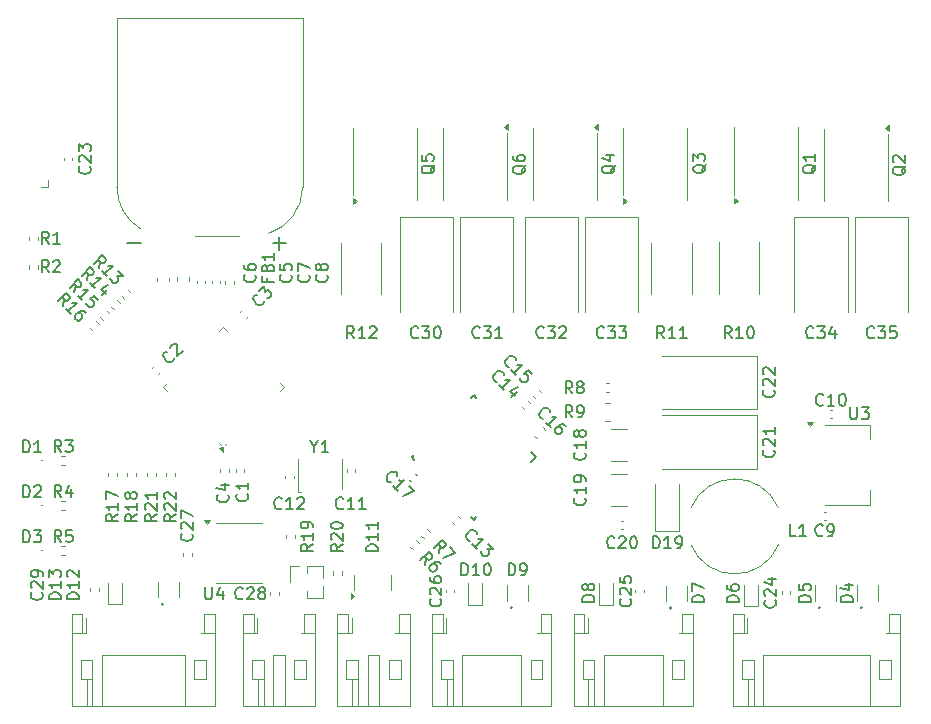
<source format=gbr>
%TF.GenerationSoftware,KiCad,Pcbnew,9.0.2*%
%TF.CreationDate,2025-08-28T15:12:57+09:00*%
%TF.ProjectId,BLDC_Contr,424c4443-5f43-46f6-9e74-722e6b696361,rev?*%
%TF.SameCoordinates,Original*%
%TF.FileFunction,Legend,Top*%
%TF.FilePolarity,Positive*%
%FSLAX46Y46*%
G04 Gerber Fmt 4.6, Leading zero omitted, Abs format (unit mm)*
G04 Created by KiCad (PCBNEW 9.0.2) date 2025-08-28 15:12:57*
%MOMM*%
%LPD*%
G01*
G04 APERTURE LIST*
%ADD10C,0.150000*%
%ADD11C,0.120000*%
%ADD12C,0.200000*%
%ADD13C,0.100000*%
G04 APERTURE END LIST*
D10*
X113784325Y-67798484D02*
X113736706Y-67846104D01*
X113736706Y-67846104D02*
X113593849Y-67893723D01*
X113593849Y-67893723D02*
X113498611Y-67893723D01*
X113498611Y-67893723D02*
X113355754Y-67846104D01*
X113355754Y-67846104D02*
X113260516Y-67750865D01*
X113260516Y-67750865D02*
X113212897Y-67655627D01*
X113212897Y-67655627D02*
X113165278Y-67465151D01*
X113165278Y-67465151D02*
X113165278Y-67322294D01*
X113165278Y-67322294D02*
X113212897Y-67131818D01*
X113212897Y-67131818D02*
X113260516Y-67036580D01*
X113260516Y-67036580D02*
X113355754Y-66941342D01*
X113355754Y-66941342D02*
X113498611Y-66893723D01*
X113498611Y-66893723D02*
X113593849Y-66893723D01*
X113593849Y-66893723D02*
X113736706Y-66941342D01*
X113736706Y-66941342D02*
X113784325Y-66988961D01*
X114736706Y-67893723D02*
X114165278Y-67893723D01*
X114450992Y-67893723D02*
X114450992Y-66893723D01*
X114450992Y-66893723D02*
X114355754Y-67036580D01*
X114355754Y-67036580D02*
X114260516Y-67131818D01*
X114260516Y-67131818D02*
X114165278Y-67179437D01*
X115117659Y-66988961D02*
X115165278Y-66941342D01*
X115165278Y-66941342D02*
X115260516Y-66893723D01*
X115260516Y-66893723D02*
X115498611Y-66893723D01*
X115498611Y-66893723D02*
X115593849Y-66941342D01*
X115593849Y-66941342D02*
X115641468Y-66988961D01*
X115641468Y-66988961D02*
X115689087Y-67084199D01*
X115689087Y-67084199D02*
X115689087Y-67179437D01*
X115689087Y-67179437D02*
X115641468Y-67322294D01*
X115641468Y-67322294D02*
X115070040Y-67893723D01*
X115070040Y-67893723D02*
X115689087Y-67893723D01*
X95126517Y-66850723D02*
X94793184Y-66374532D01*
X94555089Y-66850723D02*
X94555089Y-65850723D01*
X94555089Y-65850723D02*
X94936041Y-65850723D01*
X94936041Y-65850723D02*
X95031279Y-65898342D01*
X95031279Y-65898342D02*
X95078898Y-65945961D01*
X95078898Y-65945961D02*
X95126517Y-66041199D01*
X95126517Y-66041199D02*
X95126517Y-66184056D01*
X95126517Y-66184056D02*
X95078898Y-66279294D01*
X95078898Y-66279294D02*
X95031279Y-66326913D01*
X95031279Y-66326913D02*
X94936041Y-66374532D01*
X94936041Y-66374532D02*
X94555089Y-66374532D01*
X95983660Y-66184056D02*
X95983660Y-66850723D01*
X95745565Y-65803104D02*
X95507470Y-66517389D01*
X95507470Y-66517389D02*
X96126517Y-66517389D01*
X110849763Y-66589570D02*
X110897383Y-66637189D01*
X110897383Y-66637189D02*
X110945002Y-66780046D01*
X110945002Y-66780046D02*
X110945002Y-66875284D01*
X110945002Y-66875284D02*
X110897383Y-67018141D01*
X110897383Y-67018141D02*
X110802144Y-67113379D01*
X110802144Y-67113379D02*
X110706906Y-67160998D01*
X110706906Y-67160998D02*
X110516430Y-67208617D01*
X110516430Y-67208617D02*
X110373573Y-67208617D01*
X110373573Y-67208617D02*
X110183097Y-67160998D01*
X110183097Y-67160998D02*
X110087859Y-67113379D01*
X110087859Y-67113379D02*
X109992621Y-67018141D01*
X109992621Y-67018141D02*
X109945002Y-66875284D01*
X109945002Y-66875284D02*
X109945002Y-66780046D01*
X109945002Y-66780046D02*
X109992621Y-66637189D01*
X109992621Y-66637189D02*
X110040240Y-66589570D01*
X110945002Y-65637189D02*
X110945002Y-66208617D01*
X110945002Y-65922903D02*
X109945002Y-65922903D01*
X109945002Y-65922903D02*
X110087859Y-66018141D01*
X110087859Y-66018141D02*
X110183097Y-66113379D01*
X110183097Y-66113379D02*
X110230716Y-66208617D01*
X96228518Y-49538554D02*
X96329533Y-48966135D01*
X95824457Y-49134493D02*
X96531564Y-48427387D01*
X96531564Y-48427387D02*
X96800938Y-48696761D01*
X96800938Y-48696761D02*
X96834610Y-48797776D01*
X96834610Y-48797776D02*
X96834610Y-48865119D01*
X96834610Y-48865119D02*
X96800938Y-48966135D01*
X96800938Y-48966135D02*
X96699923Y-49067150D01*
X96699923Y-49067150D02*
X96598907Y-49100822D01*
X96598907Y-49100822D02*
X96531564Y-49100822D01*
X96531564Y-49100822D02*
X96430549Y-49067150D01*
X96430549Y-49067150D02*
X96161175Y-48797776D01*
X96901953Y-50211989D02*
X96497892Y-49807928D01*
X96699923Y-50009959D02*
X97407029Y-49302852D01*
X97407029Y-49302852D02*
X97238671Y-49336524D01*
X97238671Y-49336524D02*
X97103984Y-49336524D01*
X97103984Y-49336524D02*
X97002968Y-49302852D01*
X98248823Y-50144646D02*
X97912106Y-49807928D01*
X97912106Y-49807928D02*
X97541717Y-50110974D01*
X97541717Y-50110974D02*
X97609060Y-50110974D01*
X97609060Y-50110974D02*
X97710075Y-50144646D01*
X97710075Y-50144646D02*
X97878434Y-50313005D01*
X97878434Y-50313005D02*
X97912106Y-50414020D01*
X97912106Y-50414020D02*
X97912106Y-50481364D01*
X97912106Y-50481364D02*
X97878434Y-50582379D01*
X97878434Y-50582379D02*
X97710075Y-50750738D01*
X97710075Y-50750738D02*
X97609060Y-50784409D01*
X97609060Y-50784409D02*
X97541717Y-50784409D01*
X97541717Y-50784409D02*
X97440701Y-50750738D01*
X97440701Y-50750738D02*
X97272343Y-50582379D01*
X97272343Y-50582379D02*
X97238671Y-50481364D01*
X97238671Y-50481364D02*
X97238671Y-50414020D01*
X116539993Y-62591532D02*
X116539993Y-63067723D01*
X116206660Y-62067723D02*
X116539993Y-62591532D01*
X116539993Y-62591532D02*
X116873326Y-62067723D01*
X117730469Y-63067723D02*
X117159041Y-63067723D01*
X117444755Y-63067723D02*
X117444755Y-62067723D01*
X117444755Y-62067723D02*
X117349517Y-62210580D01*
X117349517Y-62210580D02*
X117254279Y-62305818D01*
X117254279Y-62305818D02*
X117159041Y-62353437D01*
X98284009Y-47493940D02*
X98385024Y-46921521D01*
X97879948Y-47089879D02*
X98587055Y-46382773D01*
X98587055Y-46382773D02*
X98856429Y-46652147D01*
X98856429Y-46652147D02*
X98890101Y-46753162D01*
X98890101Y-46753162D02*
X98890101Y-46820505D01*
X98890101Y-46820505D02*
X98856429Y-46921521D01*
X98856429Y-46921521D02*
X98755414Y-47022536D01*
X98755414Y-47022536D02*
X98654398Y-47056208D01*
X98654398Y-47056208D02*
X98587055Y-47056208D01*
X98587055Y-47056208D02*
X98486040Y-47022536D01*
X98486040Y-47022536D02*
X98216666Y-46753162D01*
X98957444Y-48167375D02*
X98553383Y-47763314D01*
X98755414Y-47965345D02*
X99462520Y-47258238D01*
X99462520Y-47258238D02*
X99294162Y-47291910D01*
X99294162Y-47291910D02*
X99159475Y-47291910D01*
X99159475Y-47291910D02*
X99058459Y-47258238D01*
X99900253Y-47695971D02*
X100337986Y-48133704D01*
X100337986Y-48133704D02*
X99832910Y-48167376D01*
X99832910Y-48167376D02*
X99933925Y-48268391D01*
X99933925Y-48268391D02*
X99967597Y-48369406D01*
X99967597Y-48369406D02*
X99967597Y-48436750D01*
X99967597Y-48436750D02*
X99933925Y-48537765D01*
X99933925Y-48537765D02*
X99765566Y-48706124D01*
X99765566Y-48706124D02*
X99664551Y-48739795D01*
X99664551Y-48739795D02*
X99597208Y-48739795D01*
X99597208Y-48739795D02*
X99496192Y-48706124D01*
X99496192Y-48706124D02*
X99294162Y-48504093D01*
X99294162Y-48504093D02*
X99260490Y-48403078D01*
X99260490Y-48403078D02*
X99260490Y-48335734D01*
X94067517Y-45414723D02*
X93734184Y-44938532D01*
X93496089Y-45414723D02*
X93496089Y-44414723D01*
X93496089Y-44414723D02*
X93877041Y-44414723D01*
X93877041Y-44414723D02*
X93972279Y-44462342D01*
X93972279Y-44462342D02*
X94019898Y-44509961D01*
X94019898Y-44509961D02*
X94067517Y-44605199D01*
X94067517Y-44605199D02*
X94067517Y-44748056D01*
X94067517Y-44748056D02*
X94019898Y-44843294D01*
X94019898Y-44843294D02*
X93972279Y-44890913D01*
X93972279Y-44890913D02*
X93877041Y-44938532D01*
X93877041Y-44938532D02*
X93496089Y-44938532D01*
X95019898Y-45414723D02*
X94448470Y-45414723D01*
X94734184Y-45414723D02*
X94734184Y-44414723D01*
X94734184Y-44414723D02*
X94638946Y-44557580D01*
X94638946Y-44557580D02*
X94543708Y-44652818D01*
X94543708Y-44652818D02*
X94448470Y-44700437D01*
X126739238Y-38751300D02*
X126691619Y-38846538D01*
X126691619Y-38846538D02*
X126596381Y-38941776D01*
X126596381Y-38941776D02*
X126453523Y-39084633D01*
X126453523Y-39084633D02*
X126405904Y-39179871D01*
X126405904Y-39179871D02*
X126405904Y-39275109D01*
X126644000Y-39227490D02*
X126596381Y-39322728D01*
X126596381Y-39322728D02*
X126501142Y-39417966D01*
X126501142Y-39417966D02*
X126310666Y-39465585D01*
X126310666Y-39465585D02*
X125977333Y-39465585D01*
X125977333Y-39465585D02*
X125786857Y-39417966D01*
X125786857Y-39417966D02*
X125691619Y-39322728D01*
X125691619Y-39322728D02*
X125644000Y-39227490D01*
X125644000Y-39227490D02*
X125644000Y-39037014D01*
X125644000Y-39037014D02*
X125691619Y-38941776D01*
X125691619Y-38941776D02*
X125786857Y-38846538D01*
X125786857Y-38846538D02*
X125977333Y-38798919D01*
X125977333Y-38798919D02*
X126310666Y-38798919D01*
X126310666Y-38798919D02*
X126501142Y-38846538D01*
X126501142Y-38846538D02*
X126596381Y-38941776D01*
X126596381Y-38941776D02*
X126644000Y-39037014D01*
X126644000Y-39037014D02*
X126644000Y-39227490D01*
X125644000Y-37894157D02*
X125644000Y-38370347D01*
X125644000Y-38370347D02*
X126120190Y-38417966D01*
X126120190Y-38417966D02*
X126072571Y-38370347D01*
X126072571Y-38370347D02*
X126024952Y-38275109D01*
X126024952Y-38275109D02*
X126024952Y-38037014D01*
X126024952Y-38037014D02*
X126072571Y-37941776D01*
X126072571Y-37941776D02*
X126120190Y-37894157D01*
X126120190Y-37894157D02*
X126215428Y-37846538D01*
X126215428Y-37846538D02*
X126453523Y-37846538D01*
X126453523Y-37846538D02*
X126548761Y-37894157D01*
X126548761Y-37894157D02*
X126596381Y-37941776D01*
X126596381Y-37941776D02*
X126644000Y-38037014D01*
X126644000Y-38037014D02*
X126644000Y-38275109D01*
X126644000Y-38275109D02*
X126596381Y-38370347D01*
X126596381Y-38370347D02*
X126548761Y-38417966D01*
X96594002Y-75511189D02*
X95594002Y-75511189D01*
X95594002Y-75511189D02*
X95594002Y-75273094D01*
X95594002Y-75273094D02*
X95641621Y-75130237D01*
X95641621Y-75130237D02*
X95736859Y-75034999D01*
X95736859Y-75034999D02*
X95832097Y-74987380D01*
X95832097Y-74987380D02*
X96022573Y-74939761D01*
X96022573Y-74939761D02*
X96165430Y-74939761D01*
X96165430Y-74939761D02*
X96355906Y-74987380D01*
X96355906Y-74987380D02*
X96451144Y-75034999D01*
X96451144Y-75034999D02*
X96546383Y-75130237D01*
X96546383Y-75130237D02*
X96594002Y-75273094D01*
X96594002Y-75273094D02*
X96594002Y-75511189D01*
X96594002Y-73987380D02*
X96594002Y-74558808D01*
X96594002Y-74273094D02*
X95594002Y-74273094D01*
X95594002Y-74273094D02*
X95736859Y-74368332D01*
X95736859Y-74368332D02*
X95832097Y-74463570D01*
X95832097Y-74463570D02*
X95879716Y-74558808D01*
X95689240Y-73606427D02*
X95641621Y-73558808D01*
X95641621Y-73558808D02*
X95594002Y-73463570D01*
X95594002Y-73463570D02*
X95594002Y-73225475D01*
X95594002Y-73225475D02*
X95641621Y-73130237D01*
X95641621Y-73130237D02*
X95689240Y-73082618D01*
X95689240Y-73082618D02*
X95784478Y-73034999D01*
X95784478Y-73034999D02*
X95879716Y-73034999D01*
X95879716Y-73034999D02*
X96022573Y-73082618D01*
X96022573Y-73082618D02*
X96594002Y-73654046D01*
X96594002Y-73654046D02*
X96594002Y-73034999D01*
X143294265Y-75475762D02*
X143341885Y-75523381D01*
X143341885Y-75523381D02*
X143389504Y-75666238D01*
X143389504Y-75666238D02*
X143389504Y-75761476D01*
X143389504Y-75761476D02*
X143341885Y-75904333D01*
X143341885Y-75904333D02*
X143246646Y-75999571D01*
X143246646Y-75999571D02*
X143151408Y-76047190D01*
X143151408Y-76047190D02*
X142960932Y-76094809D01*
X142960932Y-76094809D02*
X142818075Y-76094809D01*
X142818075Y-76094809D02*
X142627599Y-76047190D01*
X142627599Y-76047190D02*
X142532361Y-75999571D01*
X142532361Y-75999571D02*
X142437123Y-75904333D01*
X142437123Y-75904333D02*
X142389504Y-75761476D01*
X142389504Y-75761476D02*
X142389504Y-75666238D01*
X142389504Y-75666238D02*
X142437123Y-75523381D01*
X142437123Y-75523381D02*
X142484742Y-75475762D01*
X142484742Y-75094809D02*
X142437123Y-75047190D01*
X142437123Y-75047190D02*
X142389504Y-74951952D01*
X142389504Y-74951952D02*
X142389504Y-74713857D01*
X142389504Y-74713857D02*
X142437123Y-74618619D01*
X142437123Y-74618619D02*
X142484742Y-74571000D01*
X142484742Y-74571000D02*
X142579980Y-74523381D01*
X142579980Y-74523381D02*
X142675218Y-74523381D01*
X142675218Y-74523381D02*
X142818075Y-74571000D01*
X142818075Y-74571000D02*
X143389504Y-75142428D01*
X143389504Y-75142428D02*
X143389504Y-74523381D01*
X142389504Y-73618619D02*
X142389504Y-74094809D01*
X142389504Y-74094809D02*
X142865694Y-74142428D01*
X142865694Y-74142428D02*
X142818075Y-74094809D01*
X142818075Y-74094809D02*
X142770456Y-73999571D01*
X142770456Y-73999571D02*
X142770456Y-73761476D01*
X142770456Y-73761476D02*
X142818075Y-73666238D01*
X142818075Y-73666238D02*
X142865694Y-73618619D01*
X142865694Y-73618619D02*
X142960932Y-73571000D01*
X142960932Y-73571000D02*
X143199027Y-73571000D01*
X143199027Y-73571000D02*
X143294265Y-73618619D01*
X143294265Y-73618619D02*
X143341885Y-73666238D01*
X143341885Y-73666238D02*
X143389504Y-73761476D01*
X143389504Y-73761476D02*
X143389504Y-73999571D01*
X143389504Y-73999571D02*
X143341885Y-74094809D01*
X143341885Y-74094809D02*
X143294265Y-74142428D01*
X157313517Y-70179724D02*
X156837327Y-70179724D01*
X156837327Y-70179724D02*
X156837327Y-69179724D01*
X158170660Y-70179724D02*
X157599232Y-70179724D01*
X157884946Y-70179724D02*
X157884946Y-69179724D01*
X157884946Y-69179724D02*
X157789708Y-69322581D01*
X157789708Y-69322581D02*
X157694470Y-69417819D01*
X157694470Y-69417819D02*
X157599232Y-69465438D01*
X116056763Y-48047570D02*
X116104383Y-48095189D01*
X116104383Y-48095189D02*
X116152002Y-48238046D01*
X116152002Y-48238046D02*
X116152002Y-48333284D01*
X116152002Y-48333284D02*
X116104383Y-48476141D01*
X116104383Y-48476141D02*
X116009144Y-48571379D01*
X116009144Y-48571379D02*
X115913906Y-48618998D01*
X115913906Y-48618998D02*
X115723430Y-48666617D01*
X115723430Y-48666617D02*
X115580573Y-48666617D01*
X115580573Y-48666617D02*
X115390097Y-48618998D01*
X115390097Y-48618998D02*
X115294859Y-48571379D01*
X115294859Y-48571379D02*
X115199621Y-48476141D01*
X115199621Y-48476141D02*
X115152002Y-48333284D01*
X115152002Y-48333284D02*
X115152002Y-48238046D01*
X115152002Y-48238046D02*
X115199621Y-48095189D01*
X115199621Y-48095189D02*
X115247240Y-48047570D01*
X115152002Y-47714236D02*
X115152002Y-47047570D01*
X115152002Y-47047570D02*
X116152002Y-47476141D01*
X138390516Y-60108490D02*
X138057183Y-59632299D01*
X137819088Y-60108490D02*
X137819088Y-59108490D01*
X137819088Y-59108490D02*
X138200040Y-59108490D01*
X138200040Y-59108490D02*
X138295278Y-59156109D01*
X138295278Y-59156109D02*
X138342897Y-59203728D01*
X138342897Y-59203728D02*
X138390516Y-59298966D01*
X138390516Y-59298966D02*
X138390516Y-59441823D01*
X138390516Y-59441823D02*
X138342897Y-59537061D01*
X138342897Y-59537061D02*
X138295278Y-59584680D01*
X138295278Y-59584680D02*
X138200040Y-59632299D01*
X138200040Y-59632299D02*
X137819088Y-59632299D01*
X138866707Y-60108490D02*
X139057183Y-60108490D01*
X139057183Y-60108490D02*
X139152421Y-60060871D01*
X139152421Y-60060871D02*
X139200040Y-60013251D01*
X139200040Y-60013251D02*
X139295278Y-59870394D01*
X139295278Y-59870394D02*
X139342897Y-59679918D01*
X139342897Y-59679918D02*
X139342897Y-59298966D01*
X139342897Y-59298966D02*
X139295278Y-59203728D01*
X139295278Y-59203728D02*
X139247659Y-59156109D01*
X139247659Y-59156109D02*
X139152421Y-59108490D01*
X139152421Y-59108490D02*
X138961945Y-59108490D01*
X138961945Y-59108490D02*
X138866707Y-59156109D01*
X138866707Y-59156109D02*
X138819088Y-59203728D01*
X138819088Y-59203728D02*
X138771469Y-59298966D01*
X138771469Y-59298966D02*
X138771469Y-59537061D01*
X138771469Y-59537061D02*
X138819088Y-59632299D01*
X138819088Y-59632299D02*
X138866707Y-59679918D01*
X138866707Y-59679918D02*
X138961945Y-59727537D01*
X138961945Y-59727537D02*
X139152421Y-59727537D01*
X139152421Y-59727537D02*
X139247659Y-59679918D01*
X139247659Y-59679918D02*
X139295278Y-59632299D01*
X139295278Y-59632299D02*
X139342897Y-59537061D01*
X141955326Y-71100484D02*
X141907707Y-71148104D01*
X141907707Y-71148104D02*
X141764850Y-71195723D01*
X141764850Y-71195723D02*
X141669612Y-71195723D01*
X141669612Y-71195723D02*
X141526755Y-71148104D01*
X141526755Y-71148104D02*
X141431517Y-71052865D01*
X141431517Y-71052865D02*
X141383898Y-70957627D01*
X141383898Y-70957627D02*
X141336279Y-70767151D01*
X141336279Y-70767151D02*
X141336279Y-70624294D01*
X141336279Y-70624294D02*
X141383898Y-70433818D01*
X141383898Y-70433818D02*
X141431517Y-70338580D01*
X141431517Y-70338580D02*
X141526755Y-70243342D01*
X141526755Y-70243342D02*
X141669612Y-70195723D01*
X141669612Y-70195723D02*
X141764850Y-70195723D01*
X141764850Y-70195723D02*
X141907707Y-70243342D01*
X141907707Y-70243342D02*
X141955326Y-70290961D01*
X142336279Y-70290961D02*
X142383898Y-70243342D01*
X142383898Y-70243342D02*
X142479136Y-70195723D01*
X142479136Y-70195723D02*
X142717231Y-70195723D01*
X142717231Y-70195723D02*
X142812469Y-70243342D01*
X142812469Y-70243342D02*
X142860088Y-70290961D01*
X142860088Y-70290961D02*
X142907707Y-70386199D01*
X142907707Y-70386199D02*
X142907707Y-70481437D01*
X142907707Y-70481437D02*
X142860088Y-70624294D01*
X142860088Y-70624294D02*
X142288660Y-71195723D01*
X142288660Y-71195723D02*
X142907707Y-71195723D01*
X143526755Y-70195723D02*
X143621993Y-70195723D01*
X143621993Y-70195723D02*
X143717231Y-70243342D01*
X143717231Y-70243342D02*
X143764850Y-70290961D01*
X143764850Y-70290961D02*
X143812469Y-70386199D01*
X143812469Y-70386199D02*
X143860088Y-70576675D01*
X143860088Y-70576675D02*
X143860088Y-70814770D01*
X143860088Y-70814770D02*
X143812469Y-71005246D01*
X143812469Y-71005246D02*
X143764850Y-71100484D01*
X143764850Y-71100484D02*
X143717231Y-71148104D01*
X143717231Y-71148104D02*
X143621993Y-71195723D01*
X143621993Y-71195723D02*
X143526755Y-71195723D01*
X143526755Y-71195723D02*
X143431517Y-71148104D01*
X143431517Y-71148104D02*
X143383898Y-71100484D01*
X143383898Y-71100484D02*
X143336279Y-71005246D01*
X143336279Y-71005246D02*
X143288660Y-70814770D01*
X143288660Y-70814770D02*
X143288660Y-70576675D01*
X143288660Y-70576675D02*
X143336279Y-70386199D01*
X143336279Y-70386199D02*
X143383898Y-70290961D01*
X143383898Y-70290961D02*
X143431517Y-70243342D01*
X143431517Y-70243342D02*
X143526755Y-70195723D01*
X159631326Y-59035484D02*
X159583707Y-59083104D01*
X159583707Y-59083104D02*
X159440850Y-59130723D01*
X159440850Y-59130723D02*
X159345612Y-59130723D01*
X159345612Y-59130723D02*
X159202755Y-59083104D01*
X159202755Y-59083104D02*
X159107517Y-58987865D01*
X159107517Y-58987865D02*
X159059898Y-58892627D01*
X159059898Y-58892627D02*
X159012279Y-58702151D01*
X159012279Y-58702151D02*
X159012279Y-58559294D01*
X159012279Y-58559294D02*
X159059898Y-58368818D01*
X159059898Y-58368818D02*
X159107517Y-58273580D01*
X159107517Y-58273580D02*
X159202755Y-58178342D01*
X159202755Y-58178342D02*
X159345612Y-58130723D01*
X159345612Y-58130723D02*
X159440850Y-58130723D01*
X159440850Y-58130723D02*
X159583707Y-58178342D01*
X159583707Y-58178342D02*
X159631326Y-58225961D01*
X160583707Y-59130723D02*
X160012279Y-59130723D01*
X160297993Y-59130723D02*
X160297993Y-58130723D01*
X160297993Y-58130723D02*
X160202755Y-58273580D01*
X160202755Y-58273580D02*
X160107517Y-58368818D01*
X160107517Y-58368818D02*
X160012279Y-58416437D01*
X161202755Y-58130723D02*
X161297993Y-58130723D01*
X161297993Y-58130723D02*
X161393231Y-58178342D01*
X161393231Y-58178342D02*
X161440850Y-58225961D01*
X161440850Y-58225961D02*
X161488469Y-58321199D01*
X161488469Y-58321199D02*
X161536088Y-58511675D01*
X161536088Y-58511675D02*
X161536088Y-58749770D01*
X161536088Y-58749770D02*
X161488469Y-58940246D01*
X161488469Y-58940246D02*
X161440850Y-59035484D01*
X161440850Y-59035484D02*
X161393231Y-59083104D01*
X161393231Y-59083104D02*
X161297993Y-59130723D01*
X161297993Y-59130723D02*
X161202755Y-59130723D01*
X161202755Y-59130723D02*
X161107517Y-59083104D01*
X161107517Y-59083104D02*
X161059898Y-59035484D01*
X161059898Y-59035484D02*
X161012279Y-58940246D01*
X161012279Y-58940246D02*
X160964660Y-58749770D01*
X160964660Y-58749770D02*
X160964660Y-58511675D01*
X160964660Y-58511675D02*
X161012279Y-58321199D01*
X161012279Y-58321199D02*
X161059898Y-58225961D01*
X161059898Y-58225961D02*
X161107517Y-58178342D01*
X161107517Y-58178342D02*
X161202755Y-58130723D01*
X132006352Y-57078598D02*
X131939008Y-57078598D01*
X131939008Y-57078598D02*
X131804321Y-57011254D01*
X131804321Y-57011254D02*
X131736978Y-56943911D01*
X131736978Y-56943911D02*
X131669634Y-56809224D01*
X131669634Y-56809224D02*
X131669634Y-56674537D01*
X131669634Y-56674537D02*
X131703306Y-56573522D01*
X131703306Y-56573522D02*
X131804321Y-56405163D01*
X131804321Y-56405163D02*
X131905336Y-56304148D01*
X131905336Y-56304148D02*
X132073695Y-56203132D01*
X132073695Y-56203132D02*
X132174710Y-56169461D01*
X132174710Y-56169461D02*
X132309397Y-56169461D01*
X132309397Y-56169461D02*
X132444084Y-56236804D01*
X132444084Y-56236804D02*
X132511428Y-56304148D01*
X132511428Y-56304148D02*
X132578771Y-56438835D01*
X132578771Y-56438835D02*
X132578771Y-56506178D01*
X132612443Y-57819376D02*
X132208382Y-57415315D01*
X132410413Y-57617346D02*
X133117519Y-56910239D01*
X133117519Y-56910239D02*
X132949161Y-56943911D01*
X132949161Y-56943911D02*
X132814474Y-56943911D01*
X132814474Y-56943911D02*
X132713458Y-56910239D01*
X133689939Y-57954064D02*
X133218535Y-58425468D01*
X133790955Y-57516331D02*
X133117520Y-57853048D01*
X133117520Y-57853048D02*
X133555252Y-58290781D01*
X106150764Y-69949761D02*
X106198384Y-69997380D01*
X106198384Y-69997380D02*
X106246003Y-70140237D01*
X106246003Y-70140237D02*
X106246003Y-70235475D01*
X106246003Y-70235475D02*
X106198384Y-70378332D01*
X106198384Y-70378332D02*
X106103145Y-70473570D01*
X106103145Y-70473570D02*
X106007907Y-70521189D01*
X106007907Y-70521189D02*
X105817431Y-70568808D01*
X105817431Y-70568808D02*
X105674574Y-70568808D01*
X105674574Y-70568808D02*
X105484098Y-70521189D01*
X105484098Y-70521189D02*
X105388860Y-70473570D01*
X105388860Y-70473570D02*
X105293622Y-70378332D01*
X105293622Y-70378332D02*
X105246003Y-70235475D01*
X105246003Y-70235475D02*
X105246003Y-70140237D01*
X105246003Y-70140237D02*
X105293622Y-69997380D01*
X105293622Y-69997380D02*
X105341241Y-69949761D01*
X105341241Y-69568808D02*
X105293622Y-69521189D01*
X105293622Y-69521189D02*
X105246003Y-69425951D01*
X105246003Y-69425951D02*
X105246003Y-69187856D01*
X105246003Y-69187856D02*
X105293622Y-69092618D01*
X105293622Y-69092618D02*
X105341241Y-69044999D01*
X105341241Y-69044999D02*
X105436479Y-68997380D01*
X105436479Y-68997380D02*
X105531717Y-68997380D01*
X105531717Y-68997380D02*
X105674574Y-69044999D01*
X105674574Y-69044999D02*
X106246003Y-69616427D01*
X106246003Y-69616427D02*
X106246003Y-68997380D01*
X105246003Y-68664046D02*
X105246003Y-67997380D01*
X105246003Y-67997380D02*
X106246003Y-68425951D01*
X111484763Y-48047570D02*
X111532383Y-48095189D01*
X111532383Y-48095189D02*
X111580002Y-48238046D01*
X111580002Y-48238046D02*
X111580002Y-48333284D01*
X111580002Y-48333284D02*
X111532383Y-48476141D01*
X111532383Y-48476141D02*
X111437144Y-48571379D01*
X111437144Y-48571379D02*
X111341906Y-48618998D01*
X111341906Y-48618998D02*
X111151430Y-48666617D01*
X111151430Y-48666617D02*
X111008573Y-48666617D01*
X111008573Y-48666617D02*
X110818097Y-48618998D01*
X110818097Y-48618998D02*
X110722859Y-48571379D01*
X110722859Y-48571379D02*
X110627621Y-48476141D01*
X110627621Y-48476141D02*
X110580002Y-48333284D01*
X110580002Y-48333284D02*
X110580002Y-48238046D01*
X110580002Y-48238046D02*
X110627621Y-48095189D01*
X110627621Y-48095189D02*
X110675240Y-48047570D01*
X110580002Y-47190427D02*
X110580002Y-47380903D01*
X110580002Y-47380903D02*
X110627621Y-47476141D01*
X110627621Y-47476141D02*
X110675240Y-47523760D01*
X110675240Y-47523760D02*
X110818097Y-47618998D01*
X110818097Y-47618998D02*
X111008573Y-47666617D01*
X111008573Y-47666617D02*
X111389525Y-47666617D01*
X111389525Y-47666617D02*
X111484763Y-47618998D01*
X111484763Y-47618998D02*
X111532383Y-47571379D01*
X111532383Y-47571379D02*
X111580002Y-47476141D01*
X111580002Y-47476141D02*
X111580002Y-47285665D01*
X111580002Y-47285665D02*
X111532383Y-47190427D01*
X111532383Y-47190427D02*
X111484763Y-47142808D01*
X111484763Y-47142808D02*
X111389525Y-47095189D01*
X111389525Y-47095189D02*
X111151430Y-47095189D01*
X111151430Y-47095189D02*
X111056192Y-47142808D01*
X111056192Y-47142808D02*
X111008573Y-47190427D01*
X111008573Y-47190427D02*
X110960954Y-47285665D01*
X110960954Y-47285665D02*
X110960954Y-47476141D01*
X110960954Y-47476141D02*
X111008573Y-47571379D01*
X111008573Y-47571379D02*
X111056192Y-47618998D01*
X111056192Y-47618998D02*
X111151430Y-47666617D01*
X109198763Y-66675573D02*
X109246383Y-66723192D01*
X109246383Y-66723192D02*
X109294002Y-66866049D01*
X109294002Y-66866049D02*
X109294002Y-66961287D01*
X109294002Y-66961287D02*
X109246383Y-67104144D01*
X109246383Y-67104144D02*
X109151144Y-67199382D01*
X109151144Y-67199382D02*
X109055906Y-67247001D01*
X109055906Y-67247001D02*
X108865430Y-67294620D01*
X108865430Y-67294620D02*
X108722573Y-67294620D01*
X108722573Y-67294620D02*
X108532097Y-67247001D01*
X108532097Y-67247001D02*
X108436859Y-67199382D01*
X108436859Y-67199382D02*
X108341621Y-67104144D01*
X108341621Y-67104144D02*
X108294002Y-66961287D01*
X108294002Y-66961287D02*
X108294002Y-66866049D01*
X108294002Y-66866049D02*
X108341621Y-66723192D01*
X108341621Y-66723192D02*
X108389240Y-66675573D01*
X108627335Y-65818430D02*
X109294002Y-65818430D01*
X108246383Y-66056525D02*
X108960668Y-66294620D01*
X108960668Y-66294620D02*
X108960668Y-65675573D01*
X146159326Y-53415723D02*
X145825993Y-52939532D01*
X145587898Y-53415723D02*
X145587898Y-52415723D01*
X145587898Y-52415723D02*
X145968850Y-52415723D01*
X145968850Y-52415723D02*
X146064088Y-52463342D01*
X146064088Y-52463342D02*
X146111707Y-52510961D01*
X146111707Y-52510961D02*
X146159326Y-52606199D01*
X146159326Y-52606199D02*
X146159326Y-52749056D01*
X146159326Y-52749056D02*
X146111707Y-52844294D01*
X146111707Y-52844294D02*
X146064088Y-52891913D01*
X146064088Y-52891913D02*
X145968850Y-52939532D01*
X145968850Y-52939532D02*
X145587898Y-52939532D01*
X147111707Y-53415723D02*
X146540279Y-53415723D01*
X146825993Y-53415723D02*
X146825993Y-52415723D01*
X146825993Y-52415723D02*
X146730755Y-52558580D01*
X146730755Y-52558580D02*
X146635517Y-52653818D01*
X146635517Y-52653818D02*
X146540279Y-52701437D01*
X148064088Y-53415723D02*
X147492660Y-53415723D01*
X147778374Y-53415723D02*
X147778374Y-52415723D01*
X147778374Y-52415723D02*
X147683136Y-52558580D01*
X147683136Y-52558580D02*
X147587898Y-52653818D01*
X147587898Y-52653818D02*
X147492660Y-52701437D01*
X152474002Y-75753999D02*
X151474002Y-75753999D01*
X151474002Y-75753999D02*
X151474002Y-75515904D01*
X151474002Y-75515904D02*
X151521621Y-75373047D01*
X151521621Y-75373047D02*
X151616859Y-75277809D01*
X151616859Y-75277809D02*
X151712097Y-75230190D01*
X151712097Y-75230190D02*
X151902573Y-75182571D01*
X151902573Y-75182571D02*
X152045430Y-75182571D01*
X152045430Y-75182571D02*
X152235906Y-75230190D01*
X152235906Y-75230190D02*
X152331144Y-75277809D01*
X152331144Y-75277809D02*
X152426383Y-75373047D01*
X152426383Y-75373047D02*
X152474002Y-75515904D01*
X152474002Y-75515904D02*
X152474002Y-75753999D01*
X151474002Y-74325428D02*
X151474002Y-74515904D01*
X151474002Y-74515904D02*
X151521621Y-74611142D01*
X151521621Y-74611142D02*
X151569240Y-74658761D01*
X151569240Y-74658761D02*
X151712097Y-74753999D01*
X151712097Y-74753999D02*
X151902573Y-74801618D01*
X151902573Y-74801618D02*
X152283525Y-74801618D01*
X152283525Y-74801618D02*
X152378763Y-74753999D01*
X152378763Y-74753999D02*
X152426383Y-74706380D01*
X152426383Y-74706380D02*
X152474002Y-74611142D01*
X152474002Y-74611142D02*
X152474002Y-74420666D01*
X152474002Y-74420666D02*
X152426383Y-74325428D01*
X152426383Y-74325428D02*
X152378763Y-74277809D01*
X152378763Y-74277809D02*
X152283525Y-74230190D01*
X152283525Y-74230190D02*
X152045430Y-74230190D01*
X152045430Y-74230190D02*
X151950192Y-74277809D01*
X151950192Y-74277809D02*
X151902573Y-74325428D01*
X151902573Y-74325428D02*
X151854954Y-74420666D01*
X151854954Y-74420666D02*
X151854954Y-74611142D01*
X151854954Y-74611142D02*
X151902573Y-74706380D01*
X151902573Y-74706380D02*
X151950192Y-74753999D01*
X151950192Y-74753999D02*
X152045430Y-74801618D01*
X95236008Y-50668940D02*
X95337023Y-50096521D01*
X94831947Y-50264879D02*
X95539054Y-49557773D01*
X95539054Y-49557773D02*
X95808428Y-49827147D01*
X95808428Y-49827147D02*
X95842100Y-49928162D01*
X95842100Y-49928162D02*
X95842100Y-49995505D01*
X95842100Y-49995505D02*
X95808428Y-50096521D01*
X95808428Y-50096521D02*
X95707413Y-50197536D01*
X95707413Y-50197536D02*
X95606397Y-50231208D01*
X95606397Y-50231208D02*
X95539054Y-50231208D01*
X95539054Y-50231208D02*
X95438039Y-50197536D01*
X95438039Y-50197536D02*
X95168665Y-49928162D01*
X95909443Y-51342375D02*
X95505382Y-50938314D01*
X95707413Y-51140345D02*
X96414519Y-50433238D01*
X96414519Y-50433238D02*
X96246161Y-50466910D01*
X96246161Y-50466910D02*
X96111474Y-50466910D01*
X96111474Y-50466910D02*
X96010458Y-50433238D01*
X97222642Y-51241360D02*
X97087955Y-51106673D01*
X97087955Y-51106673D02*
X96986939Y-51073002D01*
X96986939Y-51073002D02*
X96919596Y-51073002D01*
X96919596Y-51073002D02*
X96751237Y-51106673D01*
X96751237Y-51106673D02*
X96582878Y-51207689D01*
X96582878Y-51207689D02*
X96313504Y-51477063D01*
X96313504Y-51477063D02*
X96279833Y-51578078D01*
X96279833Y-51578078D02*
X96279833Y-51645421D01*
X96279833Y-51645421D02*
X96313504Y-51746437D01*
X96313504Y-51746437D02*
X96448191Y-51881124D01*
X96448191Y-51881124D02*
X96549207Y-51914795D01*
X96549207Y-51914795D02*
X96616550Y-51914795D01*
X96616550Y-51914795D02*
X96717565Y-51881124D01*
X96717565Y-51881124D02*
X96885924Y-51712765D01*
X96885924Y-51712765D02*
X96919596Y-51611750D01*
X96919596Y-51611750D02*
X96919596Y-51544406D01*
X96919596Y-51544406D02*
X96885924Y-51443391D01*
X96885924Y-51443391D02*
X96751237Y-51308704D01*
X96751237Y-51308704D02*
X96650222Y-51275032D01*
X96650222Y-51275032D02*
X96582878Y-51275032D01*
X96582878Y-51275032D02*
X96481863Y-51308704D01*
X163939326Y-53320484D02*
X163891707Y-53368104D01*
X163891707Y-53368104D02*
X163748850Y-53415723D01*
X163748850Y-53415723D02*
X163653612Y-53415723D01*
X163653612Y-53415723D02*
X163510755Y-53368104D01*
X163510755Y-53368104D02*
X163415517Y-53272865D01*
X163415517Y-53272865D02*
X163367898Y-53177627D01*
X163367898Y-53177627D02*
X163320279Y-52987151D01*
X163320279Y-52987151D02*
X163320279Y-52844294D01*
X163320279Y-52844294D02*
X163367898Y-52653818D01*
X163367898Y-52653818D02*
X163415517Y-52558580D01*
X163415517Y-52558580D02*
X163510755Y-52463342D01*
X163510755Y-52463342D02*
X163653612Y-52415723D01*
X163653612Y-52415723D02*
X163748850Y-52415723D01*
X163748850Y-52415723D02*
X163891707Y-52463342D01*
X163891707Y-52463342D02*
X163939326Y-52510961D01*
X164272660Y-52415723D02*
X164891707Y-52415723D01*
X164891707Y-52415723D02*
X164558374Y-52796675D01*
X164558374Y-52796675D02*
X164701231Y-52796675D01*
X164701231Y-52796675D02*
X164796469Y-52844294D01*
X164796469Y-52844294D02*
X164844088Y-52891913D01*
X164844088Y-52891913D02*
X164891707Y-52987151D01*
X164891707Y-52987151D02*
X164891707Y-53225246D01*
X164891707Y-53225246D02*
X164844088Y-53320484D01*
X164844088Y-53320484D02*
X164796469Y-53368104D01*
X164796469Y-53368104D02*
X164701231Y-53415723D01*
X164701231Y-53415723D02*
X164415517Y-53415723D01*
X164415517Y-53415723D02*
X164320279Y-53368104D01*
X164320279Y-53368104D02*
X164272660Y-53320484D01*
X165796469Y-52415723D02*
X165320279Y-52415723D01*
X165320279Y-52415723D02*
X165272660Y-52891913D01*
X165272660Y-52891913D02*
X165320279Y-52844294D01*
X165320279Y-52844294D02*
X165415517Y-52796675D01*
X165415517Y-52796675D02*
X165653612Y-52796675D01*
X165653612Y-52796675D02*
X165748850Y-52844294D01*
X165748850Y-52844294D02*
X165796469Y-52891913D01*
X165796469Y-52891913D02*
X165844088Y-52987151D01*
X165844088Y-52987151D02*
X165844088Y-53225246D01*
X165844088Y-53225246D02*
X165796469Y-53320484D01*
X165796469Y-53320484D02*
X165748850Y-53368104D01*
X165748850Y-53368104D02*
X165653612Y-53415723D01*
X165653612Y-53415723D02*
X165415517Y-53415723D01*
X165415517Y-53415723D02*
X165320279Y-53368104D01*
X165320279Y-53368104D02*
X165272660Y-53320484D01*
X155426763Y-62874761D02*
X155474383Y-62922380D01*
X155474383Y-62922380D02*
X155522002Y-63065237D01*
X155522002Y-63065237D02*
X155522002Y-63160475D01*
X155522002Y-63160475D02*
X155474383Y-63303332D01*
X155474383Y-63303332D02*
X155379144Y-63398570D01*
X155379144Y-63398570D02*
X155283906Y-63446189D01*
X155283906Y-63446189D02*
X155093430Y-63493808D01*
X155093430Y-63493808D02*
X154950573Y-63493808D01*
X154950573Y-63493808D02*
X154760097Y-63446189D01*
X154760097Y-63446189D02*
X154664859Y-63398570D01*
X154664859Y-63398570D02*
X154569621Y-63303332D01*
X154569621Y-63303332D02*
X154522002Y-63160475D01*
X154522002Y-63160475D02*
X154522002Y-63065237D01*
X154522002Y-63065237D02*
X154569621Y-62922380D01*
X154569621Y-62922380D02*
X154617240Y-62874761D01*
X154617240Y-62493808D02*
X154569621Y-62446189D01*
X154569621Y-62446189D02*
X154522002Y-62350951D01*
X154522002Y-62350951D02*
X154522002Y-62112856D01*
X154522002Y-62112856D02*
X154569621Y-62017618D01*
X154569621Y-62017618D02*
X154617240Y-61969999D01*
X154617240Y-61969999D02*
X154712478Y-61922380D01*
X154712478Y-61922380D02*
X154807716Y-61922380D01*
X154807716Y-61922380D02*
X154950573Y-61969999D01*
X154950573Y-61969999D02*
X155522002Y-62541427D01*
X155522002Y-62541427D02*
X155522002Y-61922380D01*
X155522002Y-60969999D02*
X155522002Y-61541427D01*
X155522002Y-61255713D02*
X154522002Y-61255713D01*
X154522002Y-61255713D02*
X154664859Y-61350951D01*
X154664859Y-61350951D02*
X154760097Y-61446189D01*
X154760097Y-61446189D02*
X154807716Y-61541427D01*
X134456241Y-38778149D02*
X134408622Y-38873387D01*
X134408622Y-38873387D02*
X134313384Y-38968625D01*
X134313384Y-38968625D02*
X134170526Y-39111482D01*
X134170526Y-39111482D02*
X134122907Y-39206720D01*
X134122907Y-39206720D02*
X134122907Y-39301958D01*
X134361003Y-39254339D02*
X134313384Y-39349577D01*
X134313384Y-39349577D02*
X134218145Y-39444815D01*
X134218145Y-39444815D02*
X134027669Y-39492434D01*
X134027669Y-39492434D02*
X133694336Y-39492434D01*
X133694336Y-39492434D02*
X133503860Y-39444815D01*
X133503860Y-39444815D02*
X133408622Y-39349577D01*
X133408622Y-39349577D02*
X133361003Y-39254339D01*
X133361003Y-39254339D02*
X133361003Y-39063863D01*
X133361003Y-39063863D02*
X133408622Y-38968625D01*
X133408622Y-38968625D02*
X133503860Y-38873387D01*
X133503860Y-38873387D02*
X133694336Y-38825768D01*
X133694336Y-38825768D02*
X134027669Y-38825768D01*
X134027669Y-38825768D02*
X134218145Y-38873387D01*
X134218145Y-38873387D02*
X134313384Y-38968625D01*
X134313384Y-38968625D02*
X134361003Y-39063863D01*
X134361003Y-39063863D02*
X134361003Y-39254339D01*
X133361003Y-37968625D02*
X133361003Y-38159101D01*
X133361003Y-38159101D02*
X133408622Y-38254339D01*
X133408622Y-38254339D02*
X133456241Y-38301958D01*
X133456241Y-38301958D02*
X133599098Y-38397196D01*
X133599098Y-38397196D02*
X133789574Y-38444815D01*
X133789574Y-38444815D02*
X134170526Y-38444815D01*
X134170526Y-38444815D02*
X134265764Y-38397196D01*
X134265764Y-38397196D02*
X134313384Y-38349577D01*
X134313384Y-38349577D02*
X134361003Y-38254339D01*
X134361003Y-38254339D02*
X134361003Y-38063863D01*
X134361003Y-38063863D02*
X134313384Y-37968625D01*
X134313384Y-37968625D02*
X134265764Y-37921006D01*
X134265764Y-37921006D02*
X134170526Y-37873387D01*
X134170526Y-37873387D02*
X133932431Y-37873387D01*
X133932431Y-37873387D02*
X133837193Y-37921006D01*
X133837193Y-37921006D02*
X133789574Y-37968625D01*
X133789574Y-37968625D02*
X133741955Y-38063863D01*
X133741955Y-38063863D02*
X133741955Y-38254339D01*
X133741955Y-38254339D02*
X133789574Y-38349577D01*
X133789574Y-38349577D02*
X133837193Y-38397196D01*
X133837193Y-38397196D02*
X133932431Y-38444815D01*
X135938515Y-60216845D02*
X135871171Y-60216845D01*
X135871171Y-60216845D02*
X135736484Y-60149501D01*
X135736484Y-60149501D02*
X135669141Y-60082158D01*
X135669141Y-60082158D02*
X135601797Y-59947471D01*
X135601797Y-59947471D02*
X135601797Y-59812784D01*
X135601797Y-59812784D02*
X135635469Y-59711769D01*
X135635469Y-59711769D02*
X135736484Y-59543410D01*
X135736484Y-59543410D02*
X135837499Y-59442395D01*
X135837499Y-59442395D02*
X136005858Y-59341379D01*
X136005858Y-59341379D02*
X136106873Y-59307708D01*
X136106873Y-59307708D02*
X136241560Y-59307708D01*
X136241560Y-59307708D02*
X136376247Y-59375051D01*
X136376247Y-59375051D02*
X136443591Y-59442395D01*
X136443591Y-59442395D02*
X136510934Y-59577082D01*
X136510934Y-59577082D02*
X136510934Y-59644425D01*
X136544606Y-60957623D02*
X136140545Y-60553562D01*
X136342576Y-60755593D02*
X137049682Y-60048486D01*
X137049682Y-60048486D02*
X136881324Y-60082158D01*
X136881324Y-60082158D02*
X136746637Y-60082158D01*
X136746637Y-60082158D02*
X136645621Y-60048486D01*
X137857805Y-60856608D02*
X137723118Y-60721921D01*
X137723118Y-60721921D02*
X137622102Y-60688250D01*
X137622102Y-60688250D02*
X137554759Y-60688250D01*
X137554759Y-60688250D02*
X137386400Y-60721921D01*
X137386400Y-60721921D02*
X137218041Y-60822937D01*
X137218041Y-60822937D02*
X136948667Y-61092311D01*
X136948667Y-61092311D02*
X136914996Y-61193326D01*
X136914996Y-61193326D02*
X136914996Y-61260669D01*
X136914996Y-61260669D02*
X136948667Y-61361685D01*
X136948667Y-61361685D02*
X137083354Y-61496372D01*
X137083354Y-61496372D02*
X137184370Y-61530043D01*
X137184370Y-61530043D02*
X137251713Y-61530043D01*
X137251713Y-61530043D02*
X137352728Y-61496372D01*
X137352728Y-61496372D02*
X137521087Y-61328013D01*
X137521087Y-61328013D02*
X137554759Y-61226998D01*
X137554759Y-61226998D02*
X137554759Y-61159654D01*
X137554759Y-61159654D02*
X137521087Y-61058639D01*
X137521087Y-61058639D02*
X137386400Y-60923952D01*
X137386400Y-60923952D02*
X137285385Y-60890280D01*
X137285385Y-60890280D02*
X137218041Y-60890280D01*
X137218041Y-60890280D02*
X137117026Y-60923952D01*
X118991326Y-67798484D02*
X118943707Y-67846104D01*
X118943707Y-67846104D02*
X118800850Y-67893723D01*
X118800850Y-67893723D02*
X118705612Y-67893723D01*
X118705612Y-67893723D02*
X118562755Y-67846104D01*
X118562755Y-67846104D02*
X118467517Y-67750865D01*
X118467517Y-67750865D02*
X118419898Y-67655627D01*
X118419898Y-67655627D02*
X118372279Y-67465151D01*
X118372279Y-67465151D02*
X118372279Y-67322294D01*
X118372279Y-67322294D02*
X118419898Y-67131818D01*
X118419898Y-67131818D02*
X118467517Y-67036580D01*
X118467517Y-67036580D02*
X118562755Y-66941342D01*
X118562755Y-66941342D02*
X118705612Y-66893723D01*
X118705612Y-66893723D02*
X118800850Y-66893723D01*
X118800850Y-66893723D02*
X118943707Y-66941342D01*
X118943707Y-66941342D02*
X118991326Y-66988961D01*
X119943707Y-67893723D02*
X119372279Y-67893723D01*
X119657993Y-67893723D02*
X119657993Y-66893723D01*
X119657993Y-66893723D02*
X119562755Y-67036580D01*
X119562755Y-67036580D02*
X119467517Y-67131818D01*
X119467517Y-67131818D02*
X119372279Y-67179437D01*
X120896088Y-67893723D02*
X120324660Y-67893723D01*
X120610374Y-67893723D02*
X120610374Y-66893723D01*
X120610374Y-66893723D02*
X120515136Y-67036580D01*
X120515136Y-67036580D02*
X120419898Y-67131818D01*
X120419898Y-67131818D02*
X120324660Y-67179437D01*
X112277594Y-50285016D02*
X112277594Y-50352360D01*
X112277594Y-50352360D02*
X112210250Y-50487047D01*
X112210250Y-50487047D02*
X112142907Y-50554390D01*
X112142907Y-50554390D02*
X112008220Y-50621734D01*
X112008220Y-50621734D02*
X111873533Y-50621734D01*
X111873533Y-50621734D02*
X111772518Y-50588062D01*
X111772518Y-50588062D02*
X111604159Y-50487047D01*
X111604159Y-50487047D02*
X111503144Y-50386032D01*
X111503144Y-50386032D02*
X111402128Y-50217673D01*
X111402128Y-50217673D02*
X111368457Y-50116658D01*
X111368457Y-50116658D02*
X111368457Y-49981971D01*
X111368457Y-49981971D02*
X111435800Y-49847284D01*
X111435800Y-49847284D02*
X111503144Y-49779940D01*
X111503144Y-49779940D02*
X111637831Y-49712597D01*
X111637831Y-49712597D02*
X111705174Y-49712597D01*
X111873533Y-49409551D02*
X112311266Y-48971818D01*
X112311266Y-48971818D02*
X112344937Y-49476894D01*
X112344937Y-49476894D02*
X112445953Y-49375879D01*
X112445953Y-49375879D02*
X112546968Y-49342207D01*
X112546968Y-49342207D02*
X112614311Y-49342207D01*
X112614311Y-49342207D02*
X112715327Y-49375879D01*
X112715327Y-49375879D02*
X112883685Y-49544238D01*
X112883685Y-49544238D02*
X112917357Y-49645253D01*
X112917357Y-49645253D02*
X112917357Y-49712597D01*
X112917357Y-49712597D02*
X112883685Y-49813612D01*
X112883685Y-49813612D02*
X112681655Y-50015642D01*
X112681655Y-50015642D02*
X112580640Y-50049314D01*
X112580640Y-50049314D02*
X112513296Y-50049314D01*
X95126517Y-70660723D02*
X94793184Y-70184532D01*
X94555089Y-70660723D02*
X94555089Y-69660723D01*
X94555089Y-69660723D02*
X94936041Y-69660723D01*
X94936041Y-69660723D02*
X95031279Y-69708342D01*
X95031279Y-69708342D02*
X95078898Y-69755961D01*
X95078898Y-69755961D02*
X95126517Y-69851199D01*
X95126517Y-69851199D02*
X95126517Y-69994056D01*
X95126517Y-69994056D02*
X95078898Y-70089294D01*
X95078898Y-70089294D02*
X95031279Y-70136913D01*
X95031279Y-70136913D02*
X94936041Y-70184532D01*
X94936041Y-70184532D02*
X94555089Y-70184532D01*
X96031279Y-69660723D02*
X95555089Y-69660723D01*
X95555089Y-69660723D02*
X95507470Y-70136913D01*
X95507470Y-70136913D02*
X95555089Y-70089294D01*
X95555089Y-70089294D02*
X95650327Y-70041675D01*
X95650327Y-70041675D02*
X95888422Y-70041675D01*
X95888422Y-70041675D02*
X95983660Y-70089294D01*
X95983660Y-70089294D02*
X96031279Y-70136913D01*
X96031279Y-70136913D02*
X96078898Y-70232151D01*
X96078898Y-70232151D02*
X96078898Y-70470246D01*
X96078898Y-70470246D02*
X96031279Y-70565484D01*
X96031279Y-70565484D02*
X95983660Y-70613104D01*
X95983660Y-70613104D02*
X95888422Y-70660723D01*
X95888422Y-70660723D02*
X95650327Y-70660723D01*
X95650327Y-70660723D02*
X95555089Y-70613104D01*
X95555089Y-70613104D02*
X95507470Y-70565484D01*
X91888089Y-66877723D02*
X91888089Y-65877723D01*
X91888089Y-65877723D02*
X92126184Y-65877723D01*
X92126184Y-65877723D02*
X92269041Y-65925342D01*
X92269041Y-65925342D02*
X92364279Y-66020580D01*
X92364279Y-66020580D02*
X92411898Y-66115818D01*
X92411898Y-66115818D02*
X92459517Y-66306294D01*
X92459517Y-66306294D02*
X92459517Y-66449151D01*
X92459517Y-66449151D02*
X92411898Y-66639627D01*
X92411898Y-66639627D02*
X92364279Y-66734865D01*
X92364279Y-66734865D02*
X92269041Y-66830104D01*
X92269041Y-66830104D02*
X92126184Y-66877723D01*
X92126184Y-66877723D02*
X91888089Y-66877723D01*
X92840470Y-65972961D02*
X92888089Y-65925342D01*
X92888089Y-65925342D02*
X92983327Y-65877723D01*
X92983327Y-65877723D02*
X93221422Y-65877723D01*
X93221422Y-65877723D02*
X93316660Y-65925342D01*
X93316660Y-65925342D02*
X93364279Y-65972961D01*
X93364279Y-65972961D02*
X93411898Y-66068199D01*
X93411898Y-66068199D02*
X93411898Y-66163437D01*
X93411898Y-66163437D02*
X93364279Y-66306294D01*
X93364279Y-66306294D02*
X92792851Y-66877723D01*
X92792851Y-66877723D02*
X93411898Y-66877723D01*
X113023754Y-45387604D02*
X114166612Y-45387604D01*
X113595183Y-45959032D02*
X113595183Y-44816175D01*
X100723755Y-45387604D02*
X101866613Y-45387604D01*
X140249003Y-75710999D02*
X139249003Y-75710999D01*
X139249003Y-75710999D02*
X139249003Y-75472904D01*
X139249003Y-75472904D02*
X139296622Y-75330047D01*
X139296622Y-75330047D02*
X139391860Y-75234809D01*
X139391860Y-75234809D02*
X139487098Y-75187190D01*
X139487098Y-75187190D02*
X139677574Y-75139571D01*
X139677574Y-75139571D02*
X139820431Y-75139571D01*
X139820431Y-75139571D02*
X140010907Y-75187190D01*
X140010907Y-75187190D02*
X140106145Y-75234809D01*
X140106145Y-75234809D02*
X140201384Y-75330047D01*
X140201384Y-75330047D02*
X140249003Y-75472904D01*
X140249003Y-75472904D02*
X140249003Y-75710999D01*
X139677574Y-74568142D02*
X139629955Y-74663380D01*
X139629955Y-74663380D02*
X139582336Y-74710999D01*
X139582336Y-74710999D02*
X139487098Y-74758618D01*
X139487098Y-74758618D02*
X139439479Y-74758618D01*
X139439479Y-74758618D02*
X139344241Y-74710999D01*
X139344241Y-74710999D02*
X139296622Y-74663380D01*
X139296622Y-74663380D02*
X139249003Y-74568142D01*
X139249003Y-74568142D02*
X139249003Y-74377666D01*
X139249003Y-74377666D02*
X139296622Y-74282428D01*
X139296622Y-74282428D02*
X139344241Y-74234809D01*
X139344241Y-74234809D02*
X139439479Y-74187190D01*
X139439479Y-74187190D02*
X139487098Y-74187190D01*
X139487098Y-74187190D02*
X139582336Y-74234809D01*
X139582336Y-74234809D02*
X139629955Y-74282428D01*
X139629955Y-74282428D02*
X139677574Y-74377666D01*
X139677574Y-74377666D02*
X139677574Y-74568142D01*
X139677574Y-74568142D02*
X139725193Y-74663380D01*
X139725193Y-74663380D02*
X139772812Y-74710999D01*
X139772812Y-74710999D02*
X139868050Y-74758618D01*
X139868050Y-74758618D02*
X140058526Y-74758618D01*
X140058526Y-74758618D02*
X140153764Y-74710999D01*
X140153764Y-74710999D02*
X140201384Y-74663380D01*
X140201384Y-74663380D02*
X140249003Y-74568142D01*
X140249003Y-74568142D02*
X140249003Y-74377666D01*
X140249003Y-74377666D02*
X140201384Y-74282428D01*
X140201384Y-74282428D02*
X140153764Y-74234809D01*
X140153764Y-74234809D02*
X140058526Y-74187190D01*
X140058526Y-74187190D02*
X139868050Y-74187190D01*
X139868050Y-74187190D02*
X139772812Y-74234809D01*
X139772812Y-74234809D02*
X139725193Y-74282428D01*
X139725193Y-74282428D02*
X139677574Y-74377666D01*
X125341329Y-53320484D02*
X125293710Y-53368104D01*
X125293710Y-53368104D02*
X125150853Y-53415723D01*
X125150853Y-53415723D02*
X125055615Y-53415723D01*
X125055615Y-53415723D02*
X124912758Y-53368104D01*
X124912758Y-53368104D02*
X124817520Y-53272865D01*
X124817520Y-53272865D02*
X124769901Y-53177627D01*
X124769901Y-53177627D02*
X124722282Y-52987151D01*
X124722282Y-52987151D02*
X124722282Y-52844294D01*
X124722282Y-52844294D02*
X124769901Y-52653818D01*
X124769901Y-52653818D02*
X124817520Y-52558580D01*
X124817520Y-52558580D02*
X124912758Y-52463342D01*
X124912758Y-52463342D02*
X125055615Y-52415723D01*
X125055615Y-52415723D02*
X125150853Y-52415723D01*
X125150853Y-52415723D02*
X125293710Y-52463342D01*
X125293710Y-52463342D02*
X125341329Y-52510961D01*
X125674663Y-52415723D02*
X126293710Y-52415723D01*
X126293710Y-52415723D02*
X125960377Y-52796675D01*
X125960377Y-52796675D02*
X126103234Y-52796675D01*
X126103234Y-52796675D02*
X126198472Y-52844294D01*
X126198472Y-52844294D02*
X126246091Y-52891913D01*
X126246091Y-52891913D02*
X126293710Y-52987151D01*
X126293710Y-52987151D02*
X126293710Y-53225246D01*
X126293710Y-53225246D02*
X126246091Y-53320484D01*
X126246091Y-53320484D02*
X126198472Y-53368104D01*
X126198472Y-53368104D02*
X126103234Y-53415723D01*
X126103234Y-53415723D02*
X125817520Y-53415723D01*
X125817520Y-53415723D02*
X125722282Y-53368104D01*
X125722282Y-53368104D02*
X125674663Y-53320484D01*
X126912758Y-52415723D02*
X127007996Y-52415723D01*
X127007996Y-52415723D02*
X127103234Y-52463342D01*
X127103234Y-52463342D02*
X127150853Y-52510961D01*
X127150853Y-52510961D02*
X127198472Y-52606199D01*
X127198472Y-52606199D02*
X127246091Y-52796675D01*
X127246091Y-52796675D02*
X127246091Y-53034770D01*
X127246091Y-53034770D02*
X127198472Y-53225246D01*
X127198472Y-53225246D02*
X127150853Y-53320484D01*
X127150853Y-53320484D02*
X127103234Y-53368104D01*
X127103234Y-53368104D02*
X127007996Y-53415723D01*
X127007996Y-53415723D02*
X126912758Y-53415723D01*
X126912758Y-53415723D02*
X126817520Y-53368104D01*
X126817520Y-53368104D02*
X126769901Y-53320484D01*
X126769901Y-53320484D02*
X126722282Y-53225246D01*
X126722282Y-53225246D02*
X126674663Y-53034770D01*
X126674663Y-53034770D02*
X126674663Y-52796675D01*
X126674663Y-52796675D02*
X126722282Y-52606199D01*
X126722282Y-52606199D02*
X126769901Y-52510961D01*
X126769901Y-52510961D02*
X126817520Y-52463342D01*
X126817520Y-52463342D02*
X126912758Y-52415723D01*
X119908331Y-53415723D02*
X119574998Y-52939532D01*
X119336903Y-53415723D02*
X119336903Y-52415723D01*
X119336903Y-52415723D02*
X119717855Y-52415723D01*
X119717855Y-52415723D02*
X119813093Y-52463342D01*
X119813093Y-52463342D02*
X119860712Y-52510961D01*
X119860712Y-52510961D02*
X119908331Y-52606199D01*
X119908331Y-52606199D02*
X119908331Y-52749056D01*
X119908331Y-52749056D02*
X119860712Y-52844294D01*
X119860712Y-52844294D02*
X119813093Y-52891913D01*
X119813093Y-52891913D02*
X119717855Y-52939532D01*
X119717855Y-52939532D02*
X119336903Y-52939532D01*
X120860712Y-53415723D02*
X120289284Y-53415723D01*
X120574998Y-53415723D02*
X120574998Y-52415723D01*
X120574998Y-52415723D02*
X120479760Y-52558580D01*
X120479760Y-52558580D02*
X120384522Y-52653818D01*
X120384522Y-52653818D02*
X120289284Y-52701437D01*
X121241665Y-52510961D02*
X121289284Y-52463342D01*
X121289284Y-52463342D02*
X121384522Y-52415723D01*
X121384522Y-52415723D02*
X121622617Y-52415723D01*
X121622617Y-52415723D02*
X121717855Y-52463342D01*
X121717855Y-52463342D02*
X121765474Y-52510961D01*
X121765474Y-52510961D02*
X121813093Y-52606199D01*
X121813093Y-52606199D02*
X121813093Y-52701437D01*
X121813093Y-52701437D02*
X121765474Y-52844294D01*
X121765474Y-52844294D02*
X121194046Y-53415723D01*
X121194046Y-53415723D02*
X121813093Y-53415723D01*
X104657594Y-55111016D02*
X104657594Y-55178360D01*
X104657594Y-55178360D02*
X104590250Y-55313047D01*
X104590250Y-55313047D02*
X104522907Y-55380390D01*
X104522907Y-55380390D02*
X104388220Y-55447734D01*
X104388220Y-55447734D02*
X104253533Y-55447734D01*
X104253533Y-55447734D02*
X104152518Y-55414062D01*
X104152518Y-55414062D02*
X103984159Y-55313047D01*
X103984159Y-55313047D02*
X103883144Y-55212032D01*
X103883144Y-55212032D02*
X103782128Y-55043673D01*
X103782128Y-55043673D02*
X103748457Y-54942658D01*
X103748457Y-54942658D02*
X103748457Y-54807971D01*
X103748457Y-54807971D02*
X103815800Y-54673284D01*
X103815800Y-54673284D02*
X103883144Y-54605940D01*
X103883144Y-54605940D02*
X104017831Y-54538597D01*
X104017831Y-54538597D02*
X104085174Y-54538597D01*
X104354548Y-54269223D02*
X104354548Y-54201879D01*
X104354548Y-54201879D02*
X104388220Y-54100864D01*
X104388220Y-54100864D02*
X104556579Y-53932505D01*
X104556579Y-53932505D02*
X104657594Y-53898833D01*
X104657594Y-53898833D02*
X104724937Y-53898833D01*
X104724937Y-53898833D02*
X104825953Y-53932505D01*
X104825953Y-53932505D02*
X104893296Y-53999849D01*
X104893296Y-53999849D02*
X104960640Y-54134536D01*
X104960640Y-54134536D02*
X104960640Y-54942658D01*
X104960640Y-54942658D02*
X105398372Y-54504925D01*
X162120002Y-75724497D02*
X161120002Y-75724497D01*
X161120002Y-75724497D02*
X161120002Y-75486402D01*
X161120002Y-75486402D02*
X161167621Y-75343545D01*
X161167621Y-75343545D02*
X161262859Y-75248307D01*
X161262859Y-75248307D02*
X161358097Y-75200688D01*
X161358097Y-75200688D02*
X161548573Y-75153069D01*
X161548573Y-75153069D02*
X161691430Y-75153069D01*
X161691430Y-75153069D02*
X161881906Y-75200688D01*
X161881906Y-75200688D02*
X161977144Y-75248307D01*
X161977144Y-75248307D02*
X162072383Y-75343545D01*
X162072383Y-75343545D02*
X162120002Y-75486402D01*
X162120002Y-75486402D02*
X162120002Y-75724497D01*
X161453335Y-74295926D02*
X162120002Y-74295926D01*
X161072383Y-74534021D02*
X161786668Y-74772116D01*
X161786668Y-74772116D02*
X161786668Y-74153069D01*
X91888089Y-63067723D02*
X91888089Y-62067723D01*
X91888089Y-62067723D02*
X92126184Y-62067723D01*
X92126184Y-62067723D02*
X92269041Y-62115342D01*
X92269041Y-62115342D02*
X92364279Y-62210580D01*
X92364279Y-62210580D02*
X92411898Y-62305818D01*
X92411898Y-62305818D02*
X92459517Y-62496294D01*
X92459517Y-62496294D02*
X92459517Y-62639151D01*
X92459517Y-62639151D02*
X92411898Y-62829627D01*
X92411898Y-62829627D02*
X92364279Y-62924865D01*
X92364279Y-62924865D02*
X92269041Y-63020104D01*
X92269041Y-63020104D02*
X92126184Y-63067723D01*
X92126184Y-63067723D02*
X91888089Y-63067723D01*
X93411898Y-63067723D02*
X92840470Y-63067723D01*
X93126184Y-63067723D02*
X93126184Y-62067723D01*
X93126184Y-62067723D02*
X93030946Y-62210580D01*
X93030946Y-62210580D02*
X92935708Y-62305818D01*
X92935708Y-62305818D02*
X92840470Y-62353437D01*
X125925726Y-72595658D02*
X126026741Y-72023239D01*
X125521665Y-72191597D02*
X126228772Y-71484491D01*
X126228772Y-71484491D02*
X126498146Y-71753865D01*
X126498146Y-71753865D02*
X126531818Y-71854880D01*
X126531818Y-71854880D02*
X126531818Y-71922223D01*
X126531818Y-71922223D02*
X126498146Y-72023239D01*
X126498146Y-72023239D02*
X126397131Y-72124254D01*
X126397131Y-72124254D02*
X126296115Y-72157926D01*
X126296115Y-72157926D02*
X126228772Y-72157926D01*
X126228772Y-72157926D02*
X126127757Y-72124254D01*
X126127757Y-72124254D02*
X125858383Y-71854880D01*
X127238924Y-72494643D02*
X127104237Y-72359956D01*
X127104237Y-72359956D02*
X127003222Y-72326284D01*
X127003222Y-72326284D02*
X126935879Y-72326284D01*
X126935879Y-72326284D02*
X126767520Y-72359956D01*
X126767520Y-72359956D02*
X126599161Y-72460971D01*
X126599161Y-72460971D02*
X126329787Y-72730345D01*
X126329787Y-72730345D02*
X126296115Y-72831361D01*
X126296115Y-72831361D02*
X126296115Y-72898704D01*
X126296115Y-72898704D02*
X126329787Y-72999719D01*
X126329787Y-72999719D02*
X126464474Y-73134406D01*
X126464474Y-73134406D02*
X126565489Y-73168078D01*
X126565489Y-73168078D02*
X126632833Y-73168078D01*
X126632833Y-73168078D02*
X126733848Y-73134406D01*
X126733848Y-73134406D02*
X126902207Y-72966048D01*
X126902207Y-72966048D02*
X126935879Y-72865032D01*
X126935879Y-72865032D02*
X126935879Y-72797689D01*
X126935879Y-72797689D02*
X126902207Y-72696674D01*
X126902207Y-72696674D02*
X126767520Y-72561987D01*
X126767520Y-72561987D02*
X126666505Y-72528315D01*
X126666505Y-72528315D02*
X126599161Y-72528315D01*
X126599161Y-72528315D02*
X126498146Y-72561987D01*
X155553763Y-75602761D02*
X155601383Y-75650380D01*
X155601383Y-75650380D02*
X155649002Y-75793237D01*
X155649002Y-75793237D02*
X155649002Y-75888475D01*
X155649002Y-75888475D02*
X155601383Y-76031332D01*
X155601383Y-76031332D02*
X155506144Y-76126570D01*
X155506144Y-76126570D02*
X155410906Y-76174189D01*
X155410906Y-76174189D02*
X155220430Y-76221808D01*
X155220430Y-76221808D02*
X155077573Y-76221808D01*
X155077573Y-76221808D02*
X154887097Y-76174189D01*
X154887097Y-76174189D02*
X154791859Y-76126570D01*
X154791859Y-76126570D02*
X154696621Y-76031332D01*
X154696621Y-76031332D02*
X154649002Y-75888475D01*
X154649002Y-75888475D02*
X154649002Y-75793237D01*
X154649002Y-75793237D02*
X154696621Y-75650380D01*
X154696621Y-75650380D02*
X154744240Y-75602761D01*
X154744240Y-75221808D02*
X154696621Y-75174189D01*
X154696621Y-75174189D02*
X154649002Y-75078951D01*
X154649002Y-75078951D02*
X154649002Y-74840856D01*
X154649002Y-74840856D02*
X154696621Y-74745618D01*
X154696621Y-74745618D02*
X154744240Y-74697999D01*
X154744240Y-74697999D02*
X154839478Y-74650380D01*
X154839478Y-74650380D02*
X154934716Y-74650380D01*
X154934716Y-74650380D02*
X155077573Y-74697999D01*
X155077573Y-74697999D02*
X155649002Y-75269427D01*
X155649002Y-75269427D02*
X155649002Y-74650380D01*
X154982335Y-73793237D02*
X155649002Y-73793237D01*
X154601383Y-74031332D02*
X155315668Y-74269427D01*
X155315668Y-74269427D02*
X155315668Y-73650380D01*
X95126516Y-63040723D02*
X94793183Y-62564532D01*
X94555088Y-63040723D02*
X94555088Y-62040723D01*
X94555088Y-62040723D02*
X94936040Y-62040723D01*
X94936040Y-62040723D02*
X95031278Y-62088342D01*
X95031278Y-62088342D02*
X95078897Y-62135961D01*
X95078897Y-62135961D02*
X95126516Y-62231199D01*
X95126516Y-62231199D02*
X95126516Y-62374056D01*
X95126516Y-62374056D02*
X95078897Y-62469294D01*
X95078897Y-62469294D02*
X95031278Y-62516913D01*
X95031278Y-62516913D02*
X94936040Y-62564532D01*
X94936040Y-62564532D02*
X94555088Y-62564532D01*
X95459850Y-62040723D02*
X96078897Y-62040723D01*
X96078897Y-62040723D02*
X95745564Y-62421675D01*
X95745564Y-62421675D02*
X95888421Y-62421675D01*
X95888421Y-62421675D02*
X95983659Y-62469294D01*
X95983659Y-62469294D02*
X96031278Y-62516913D01*
X96031278Y-62516913D02*
X96078897Y-62612151D01*
X96078897Y-62612151D02*
X96078897Y-62850246D01*
X96078897Y-62850246D02*
X96031278Y-62945484D01*
X96031278Y-62945484D02*
X95983659Y-62993104D01*
X95983659Y-62993104D02*
X95888421Y-63040723D01*
X95888421Y-63040723D02*
X95602707Y-63040723D01*
X95602707Y-63040723D02*
X95507469Y-62993104D01*
X95507469Y-62993104D02*
X95459850Y-62945484D01*
X158810325Y-53320484D02*
X158762706Y-53368104D01*
X158762706Y-53368104D02*
X158619849Y-53415723D01*
X158619849Y-53415723D02*
X158524611Y-53415723D01*
X158524611Y-53415723D02*
X158381754Y-53368104D01*
X158381754Y-53368104D02*
X158286516Y-53272865D01*
X158286516Y-53272865D02*
X158238897Y-53177627D01*
X158238897Y-53177627D02*
X158191278Y-52987151D01*
X158191278Y-52987151D02*
X158191278Y-52844294D01*
X158191278Y-52844294D02*
X158238897Y-52653818D01*
X158238897Y-52653818D02*
X158286516Y-52558580D01*
X158286516Y-52558580D02*
X158381754Y-52463342D01*
X158381754Y-52463342D02*
X158524611Y-52415723D01*
X158524611Y-52415723D02*
X158619849Y-52415723D01*
X158619849Y-52415723D02*
X158762706Y-52463342D01*
X158762706Y-52463342D02*
X158810325Y-52510961D01*
X159143659Y-52415723D02*
X159762706Y-52415723D01*
X159762706Y-52415723D02*
X159429373Y-52796675D01*
X159429373Y-52796675D02*
X159572230Y-52796675D01*
X159572230Y-52796675D02*
X159667468Y-52844294D01*
X159667468Y-52844294D02*
X159715087Y-52891913D01*
X159715087Y-52891913D02*
X159762706Y-52987151D01*
X159762706Y-52987151D02*
X159762706Y-53225246D01*
X159762706Y-53225246D02*
X159715087Y-53320484D01*
X159715087Y-53320484D02*
X159667468Y-53368104D01*
X159667468Y-53368104D02*
X159572230Y-53415723D01*
X159572230Y-53415723D02*
X159286516Y-53415723D01*
X159286516Y-53415723D02*
X159191278Y-53368104D01*
X159191278Y-53368104D02*
X159143659Y-53320484D01*
X160619849Y-52749056D02*
X160619849Y-53415723D01*
X160381754Y-52368104D02*
X160143659Y-53082389D01*
X160143659Y-53082389D02*
X160762706Y-53082389D01*
X129720352Y-70540597D02*
X129653008Y-70540597D01*
X129653008Y-70540597D02*
X129518321Y-70473253D01*
X129518321Y-70473253D02*
X129450978Y-70405910D01*
X129450978Y-70405910D02*
X129383634Y-70271223D01*
X129383634Y-70271223D02*
X129383634Y-70136536D01*
X129383634Y-70136536D02*
X129417306Y-70035521D01*
X129417306Y-70035521D02*
X129518321Y-69867162D01*
X129518321Y-69867162D02*
X129619336Y-69766147D01*
X129619336Y-69766147D02*
X129787695Y-69665131D01*
X129787695Y-69665131D02*
X129888710Y-69631460D01*
X129888710Y-69631460D02*
X130023397Y-69631460D01*
X130023397Y-69631460D02*
X130158084Y-69698803D01*
X130158084Y-69698803D02*
X130225428Y-69766147D01*
X130225428Y-69766147D02*
X130292771Y-69900834D01*
X130292771Y-69900834D02*
X130292771Y-69968177D01*
X130326443Y-71281375D02*
X129922382Y-70877314D01*
X130124413Y-71079345D02*
X130831519Y-70372238D01*
X130831519Y-70372238D02*
X130663161Y-70405910D01*
X130663161Y-70405910D02*
X130528474Y-70405910D01*
X130528474Y-70405910D02*
X130427458Y-70372238D01*
X131269252Y-70809971D02*
X131706985Y-71247704D01*
X131706985Y-71247704D02*
X131201909Y-71281376D01*
X131201909Y-71281376D02*
X131302924Y-71382391D01*
X131302924Y-71382391D02*
X131336596Y-71483406D01*
X131336596Y-71483406D02*
X131336596Y-71550750D01*
X131336596Y-71550750D02*
X131302924Y-71651765D01*
X131302924Y-71651765D02*
X131134565Y-71820124D01*
X131134565Y-71820124D02*
X131033550Y-71853795D01*
X131033550Y-71853795D02*
X130966207Y-71853795D01*
X130966207Y-71853795D02*
X130865191Y-71820124D01*
X130865191Y-71820124D02*
X130663161Y-71618093D01*
X130663161Y-71618093D02*
X130629489Y-71517078D01*
X130629489Y-71517078D02*
X130629489Y-71449734D01*
X139424763Y-66938761D02*
X139472383Y-66986380D01*
X139472383Y-66986380D02*
X139520002Y-67129237D01*
X139520002Y-67129237D02*
X139520002Y-67224475D01*
X139520002Y-67224475D02*
X139472383Y-67367332D01*
X139472383Y-67367332D02*
X139377144Y-67462570D01*
X139377144Y-67462570D02*
X139281906Y-67510189D01*
X139281906Y-67510189D02*
X139091430Y-67557808D01*
X139091430Y-67557808D02*
X138948573Y-67557808D01*
X138948573Y-67557808D02*
X138758097Y-67510189D01*
X138758097Y-67510189D02*
X138662859Y-67462570D01*
X138662859Y-67462570D02*
X138567621Y-67367332D01*
X138567621Y-67367332D02*
X138520002Y-67224475D01*
X138520002Y-67224475D02*
X138520002Y-67129237D01*
X138520002Y-67129237D02*
X138567621Y-66986380D01*
X138567621Y-66986380D02*
X138615240Y-66938761D01*
X139520002Y-65986380D02*
X139520002Y-66557808D01*
X139520002Y-66272094D02*
X138520002Y-66272094D01*
X138520002Y-66272094D02*
X138662859Y-66367332D01*
X138662859Y-66367332D02*
X138758097Y-66462570D01*
X138758097Y-66462570D02*
X138805716Y-66557808D01*
X139520002Y-65510189D02*
X139520002Y-65319713D01*
X139520002Y-65319713D02*
X139472383Y-65224475D01*
X139472383Y-65224475D02*
X139424763Y-65176856D01*
X139424763Y-65176856D02*
X139281906Y-65081618D01*
X139281906Y-65081618D02*
X139091430Y-65033999D01*
X139091430Y-65033999D02*
X138710478Y-65033999D01*
X138710478Y-65033999D02*
X138615240Y-65081618D01*
X138615240Y-65081618D02*
X138567621Y-65129237D01*
X138567621Y-65129237D02*
X138520002Y-65224475D01*
X138520002Y-65224475D02*
X138520002Y-65414951D01*
X138520002Y-65414951D02*
X138567621Y-65510189D01*
X138567621Y-65510189D02*
X138615240Y-65557808D01*
X138615240Y-65557808D02*
X138710478Y-65605427D01*
X138710478Y-65605427D02*
X138948573Y-65605427D01*
X138948573Y-65605427D02*
X139043811Y-65557808D01*
X139043811Y-65557808D02*
X139091430Y-65510189D01*
X139091430Y-65510189D02*
X139139049Y-65414951D01*
X139139049Y-65414951D02*
X139139049Y-65224475D01*
X139139049Y-65224475D02*
X139091430Y-65129237D01*
X139091430Y-65129237D02*
X139043811Y-65081618D01*
X139043811Y-65081618D02*
X138948573Y-65033999D01*
X104839003Y-68335761D02*
X104362812Y-68669094D01*
X104839003Y-68907189D02*
X103839003Y-68907189D01*
X103839003Y-68907189D02*
X103839003Y-68526237D01*
X103839003Y-68526237D02*
X103886622Y-68430999D01*
X103886622Y-68430999D02*
X103934241Y-68383380D01*
X103934241Y-68383380D02*
X104029479Y-68335761D01*
X104029479Y-68335761D02*
X104172336Y-68335761D01*
X104172336Y-68335761D02*
X104267574Y-68383380D01*
X104267574Y-68383380D02*
X104315193Y-68430999D01*
X104315193Y-68430999D02*
X104362812Y-68526237D01*
X104362812Y-68526237D02*
X104362812Y-68907189D01*
X103934241Y-67954808D02*
X103886622Y-67907189D01*
X103886622Y-67907189D02*
X103839003Y-67811951D01*
X103839003Y-67811951D02*
X103839003Y-67573856D01*
X103839003Y-67573856D02*
X103886622Y-67478618D01*
X103886622Y-67478618D02*
X103934241Y-67430999D01*
X103934241Y-67430999D02*
X104029479Y-67383380D01*
X104029479Y-67383380D02*
X104124717Y-67383380D01*
X104124717Y-67383380D02*
X104267574Y-67430999D01*
X104267574Y-67430999D02*
X104839003Y-68002427D01*
X104839003Y-68002427D02*
X104839003Y-67383380D01*
X103934241Y-67002427D02*
X103886622Y-66954808D01*
X103886622Y-66954808D02*
X103839003Y-66859570D01*
X103839003Y-66859570D02*
X103839003Y-66621475D01*
X103839003Y-66621475D02*
X103886622Y-66526237D01*
X103886622Y-66526237D02*
X103934241Y-66478618D01*
X103934241Y-66478618D02*
X104029479Y-66430999D01*
X104029479Y-66430999D02*
X104124717Y-66430999D01*
X104124717Y-66430999D02*
X104267574Y-66478618D01*
X104267574Y-66478618D02*
X104839003Y-67050046D01*
X104839003Y-67050046D02*
X104839003Y-66430999D01*
X133022352Y-55808596D02*
X132955008Y-55808596D01*
X132955008Y-55808596D02*
X132820321Y-55741252D01*
X132820321Y-55741252D02*
X132752978Y-55673909D01*
X132752978Y-55673909D02*
X132685634Y-55539222D01*
X132685634Y-55539222D02*
X132685634Y-55404535D01*
X132685634Y-55404535D02*
X132719306Y-55303520D01*
X132719306Y-55303520D02*
X132820321Y-55135161D01*
X132820321Y-55135161D02*
X132921336Y-55034146D01*
X132921336Y-55034146D02*
X133089695Y-54933130D01*
X133089695Y-54933130D02*
X133190710Y-54899459D01*
X133190710Y-54899459D02*
X133325397Y-54899459D01*
X133325397Y-54899459D02*
X133460084Y-54966802D01*
X133460084Y-54966802D02*
X133527428Y-55034146D01*
X133527428Y-55034146D02*
X133594771Y-55168833D01*
X133594771Y-55168833D02*
X133594771Y-55236176D01*
X133628443Y-56549374D02*
X133224382Y-56145313D01*
X133426413Y-56347344D02*
X134133519Y-55640237D01*
X134133519Y-55640237D02*
X133965161Y-55673909D01*
X133965161Y-55673909D02*
X133830474Y-55673909D01*
X133830474Y-55673909D02*
X133729458Y-55640237D01*
X134975313Y-56482031D02*
X134638596Y-56145313D01*
X134638596Y-56145313D02*
X134268207Y-56448359D01*
X134268207Y-56448359D02*
X134335550Y-56448359D01*
X134335550Y-56448359D02*
X134436565Y-56482031D01*
X134436565Y-56482031D02*
X134604924Y-56650390D01*
X134604924Y-56650390D02*
X134638596Y-56751405D01*
X134638596Y-56751405D02*
X134638596Y-56818749D01*
X134638596Y-56818749D02*
X134604924Y-56919764D01*
X134604924Y-56919764D02*
X134436565Y-57088123D01*
X134436565Y-57088123D02*
X134335550Y-57121794D01*
X134335550Y-57121794D02*
X134268207Y-57121794D01*
X134268207Y-57121794D02*
X134167191Y-57088123D01*
X134167191Y-57088123D02*
X133998833Y-56919764D01*
X133998833Y-56919764D02*
X133965161Y-56818749D01*
X133965161Y-56818749D02*
X133965161Y-56751405D01*
X110482325Y-75418484D02*
X110434706Y-75466104D01*
X110434706Y-75466104D02*
X110291849Y-75513723D01*
X110291849Y-75513723D02*
X110196611Y-75513723D01*
X110196611Y-75513723D02*
X110053754Y-75466104D01*
X110053754Y-75466104D02*
X109958516Y-75370865D01*
X109958516Y-75370865D02*
X109910897Y-75275627D01*
X109910897Y-75275627D02*
X109863278Y-75085151D01*
X109863278Y-75085151D02*
X109863278Y-74942294D01*
X109863278Y-74942294D02*
X109910897Y-74751818D01*
X109910897Y-74751818D02*
X109958516Y-74656580D01*
X109958516Y-74656580D02*
X110053754Y-74561342D01*
X110053754Y-74561342D02*
X110196611Y-74513723D01*
X110196611Y-74513723D02*
X110291849Y-74513723D01*
X110291849Y-74513723D02*
X110434706Y-74561342D01*
X110434706Y-74561342D02*
X110482325Y-74608961D01*
X110863278Y-74608961D02*
X110910897Y-74561342D01*
X110910897Y-74561342D02*
X111006135Y-74513723D01*
X111006135Y-74513723D02*
X111244230Y-74513723D01*
X111244230Y-74513723D02*
X111339468Y-74561342D01*
X111339468Y-74561342D02*
X111387087Y-74608961D01*
X111387087Y-74608961D02*
X111434706Y-74704199D01*
X111434706Y-74704199D02*
X111434706Y-74799437D01*
X111434706Y-74799437D02*
X111387087Y-74942294D01*
X111387087Y-74942294D02*
X110815659Y-75513723D01*
X110815659Y-75513723D02*
X111434706Y-75513723D01*
X112006135Y-74942294D02*
X111910897Y-74894675D01*
X111910897Y-74894675D02*
X111863278Y-74847056D01*
X111863278Y-74847056D02*
X111815659Y-74751818D01*
X111815659Y-74751818D02*
X111815659Y-74704199D01*
X111815659Y-74704199D02*
X111863278Y-74608961D01*
X111863278Y-74608961D02*
X111910897Y-74561342D01*
X111910897Y-74561342D02*
X112006135Y-74513723D01*
X112006135Y-74513723D02*
X112196611Y-74513723D01*
X112196611Y-74513723D02*
X112291849Y-74561342D01*
X112291849Y-74561342D02*
X112339468Y-74608961D01*
X112339468Y-74608961D02*
X112387087Y-74704199D01*
X112387087Y-74704199D02*
X112387087Y-74751818D01*
X112387087Y-74751818D02*
X112339468Y-74847056D01*
X112339468Y-74847056D02*
X112291849Y-74894675D01*
X112291849Y-74894675D02*
X112196611Y-74942294D01*
X112196611Y-74942294D02*
X112006135Y-74942294D01*
X112006135Y-74942294D02*
X111910897Y-74989913D01*
X111910897Y-74989913D02*
X111863278Y-75037532D01*
X111863278Y-75037532D02*
X111815659Y-75132770D01*
X111815659Y-75132770D02*
X111815659Y-75323246D01*
X111815659Y-75323246D02*
X111863278Y-75418484D01*
X111863278Y-75418484D02*
X111910897Y-75466104D01*
X111910897Y-75466104D02*
X112006135Y-75513723D01*
X112006135Y-75513723D02*
X112196611Y-75513723D01*
X112196611Y-75513723D02*
X112291849Y-75466104D01*
X112291849Y-75466104D02*
X112339468Y-75418484D01*
X112339468Y-75418484D02*
X112387087Y-75323246D01*
X112387087Y-75323246D02*
X112387087Y-75132770D01*
X112387087Y-75132770D02*
X112339468Y-75037532D01*
X112339468Y-75037532D02*
X112291849Y-74989913D01*
X112291849Y-74989913D02*
X112196611Y-74942294D01*
X93450763Y-74939761D02*
X93498383Y-74987380D01*
X93498383Y-74987380D02*
X93546002Y-75130237D01*
X93546002Y-75130237D02*
X93546002Y-75225475D01*
X93546002Y-75225475D02*
X93498383Y-75368332D01*
X93498383Y-75368332D02*
X93403144Y-75463570D01*
X93403144Y-75463570D02*
X93307906Y-75511189D01*
X93307906Y-75511189D02*
X93117430Y-75558808D01*
X93117430Y-75558808D02*
X92974573Y-75558808D01*
X92974573Y-75558808D02*
X92784097Y-75511189D01*
X92784097Y-75511189D02*
X92688859Y-75463570D01*
X92688859Y-75463570D02*
X92593621Y-75368332D01*
X92593621Y-75368332D02*
X92546002Y-75225475D01*
X92546002Y-75225475D02*
X92546002Y-75130237D01*
X92546002Y-75130237D02*
X92593621Y-74987380D01*
X92593621Y-74987380D02*
X92641240Y-74939761D01*
X92641240Y-74558808D02*
X92593621Y-74511189D01*
X92593621Y-74511189D02*
X92546002Y-74415951D01*
X92546002Y-74415951D02*
X92546002Y-74177856D01*
X92546002Y-74177856D02*
X92593621Y-74082618D01*
X92593621Y-74082618D02*
X92641240Y-74034999D01*
X92641240Y-74034999D02*
X92736478Y-73987380D01*
X92736478Y-73987380D02*
X92831716Y-73987380D01*
X92831716Y-73987380D02*
X92974573Y-74034999D01*
X92974573Y-74034999D02*
X93546002Y-74606427D01*
X93546002Y-74606427D02*
X93546002Y-73987380D01*
X93546002Y-73511189D02*
X93546002Y-73320713D01*
X93546002Y-73320713D02*
X93498383Y-73225475D01*
X93498383Y-73225475D02*
X93450763Y-73177856D01*
X93450763Y-73177856D02*
X93307906Y-73082618D01*
X93307906Y-73082618D02*
X93117430Y-73034999D01*
X93117430Y-73034999D02*
X92736478Y-73034999D01*
X92736478Y-73034999D02*
X92641240Y-73082618D01*
X92641240Y-73082618D02*
X92593621Y-73130237D01*
X92593621Y-73130237D02*
X92546002Y-73225475D01*
X92546002Y-73225475D02*
X92546002Y-73415951D01*
X92546002Y-73415951D02*
X92593621Y-73511189D01*
X92593621Y-73511189D02*
X92641240Y-73558808D01*
X92641240Y-73558808D02*
X92736478Y-73606427D01*
X92736478Y-73606427D02*
X92974573Y-73606427D01*
X92974573Y-73606427D02*
X93069811Y-73558808D01*
X93069811Y-73558808D02*
X93117430Y-73511189D01*
X93117430Y-73511189D02*
X93165049Y-73415951D01*
X93165049Y-73415951D02*
X93165049Y-73225475D01*
X93165049Y-73225475D02*
X93117430Y-73130237D01*
X93117430Y-73130237D02*
X93069811Y-73082618D01*
X93069811Y-73082618D02*
X92974573Y-73034999D01*
X128996896Y-73481723D02*
X128996896Y-72481723D01*
X128996896Y-72481723D02*
X129234991Y-72481723D01*
X129234991Y-72481723D02*
X129377848Y-72529342D01*
X129377848Y-72529342D02*
X129473086Y-72624580D01*
X129473086Y-72624580D02*
X129520705Y-72719818D01*
X129520705Y-72719818D02*
X129568324Y-72910294D01*
X129568324Y-72910294D02*
X129568324Y-73053151D01*
X129568324Y-73053151D02*
X129520705Y-73243627D01*
X129520705Y-73243627D02*
X129473086Y-73338865D01*
X129473086Y-73338865D02*
X129377848Y-73434104D01*
X129377848Y-73434104D02*
X129234991Y-73481723D01*
X129234991Y-73481723D02*
X128996896Y-73481723D01*
X130520705Y-73481723D02*
X129949277Y-73481723D01*
X130234991Y-73481723D02*
X130234991Y-72481723D01*
X130234991Y-72481723D02*
X130139753Y-72624580D01*
X130139753Y-72624580D02*
X130044515Y-72719818D01*
X130044515Y-72719818D02*
X129949277Y-72767437D01*
X131139753Y-72481723D02*
X131234991Y-72481723D01*
X131234991Y-72481723D02*
X131330229Y-72529342D01*
X131330229Y-72529342D02*
X131377848Y-72576961D01*
X131377848Y-72576961D02*
X131425467Y-72672199D01*
X131425467Y-72672199D02*
X131473086Y-72862675D01*
X131473086Y-72862675D02*
X131473086Y-73100770D01*
X131473086Y-73100770D02*
X131425467Y-73291246D01*
X131425467Y-73291246D02*
X131377848Y-73386484D01*
X131377848Y-73386484D02*
X131330229Y-73434104D01*
X131330229Y-73434104D02*
X131234991Y-73481723D01*
X131234991Y-73481723D02*
X131139753Y-73481723D01*
X131139753Y-73481723D02*
X131044515Y-73434104D01*
X131044515Y-73434104D02*
X130996896Y-73386484D01*
X130996896Y-73386484D02*
X130949277Y-73291246D01*
X130949277Y-73291246D02*
X130901658Y-73100770D01*
X130901658Y-73100770D02*
X130901658Y-72862675D01*
X130901658Y-72862675D02*
X130949277Y-72672199D01*
X130949277Y-72672199D02*
X130996896Y-72576961D01*
X130996896Y-72576961D02*
X131044515Y-72529342D01*
X131044515Y-72529342D02*
X131139753Y-72481723D01*
X130552113Y-53320484D02*
X130504494Y-53368104D01*
X130504494Y-53368104D02*
X130361637Y-53415723D01*
X130361637Y-53415723D02*
X130266399Y-53415723D01*
X130266399Y-53415723D02*
X130123542Y-53368104D01*
X130123542Y-53368104D02*
X130028304Y-53272865D01*
X130028304Y-53272865D02*
X129980685Y-53177627D01*
X129980685Y-53177627D02*
X129933066Y-52987151D01*
X129933066Y-52987151D02*
X129933066Y-52844294D01*
X129933066Y-52844294D02*
X129980685Y-52653818D01*
X129980685Y-52653818D02*
X130028304Y-52558580D01*
X130028304Y-52558580D02*
X130123542Y-52463342D01*
X130123542Y-52463342D02*
X130266399Y-52415723D01*
X130266399Y-52415723D02*
X130361637Y-52415723D01*
X130361637Y-52415723D02*
X130504494Y-52463342D01*
X130504494Y-52463342D02*
X130552113Y-52510961D01*
X130885447Y-52415723D02*
X131504494Y-52415723D01*
X131504494Y-52415723D02*
X131171161Y-52796675D01*
X131171161Y-52796675D02*
X131314018Y-52796675D01*
X131314018Y-52796675D02*
X131409256Y-52844294D01*
X131409256Y-52844294D02*
X131456875Y-52891913D01*
X131456875Y-52891913D02*
X131504494Y-52987151D01*
X131504494Y-52987151D02*
X131504494Y-53225246D01*
X131504494Y-53225246D02*
X131456875Y-53320484D01*
X131456875Y-53320484D02*
X131409256Y-53368104D01*
X131409256Y-53368104D02*
X131314018Y-53415723D01*
X131314018Y-53415723D02*
X131028304Y-53415723D01*
X131028304Y-53415723D02*
X130933066Y-53368104D01*
X130933066Y-53368104D02*
X130885447Y-53320484D01*
X132456875Y-53415723D02*
X131885447Y-53415723D01*
X132171161Y-53415723D02*
X132171161Y-52415723D01*
X132171161Y-52415723D02*
X132075923Y-52558580D01*
X132075923Y-52558580D02*
X131980685Y-52653818D01*
X131980685Y-52653818D02*
X131885447Y-52701437D01*
X99896002Y-68335761D02*
X99419811Y-68669094D01*
X99896002Y-68907189D02*
X98896002Y-68907189D01*
X98896002Y-68907189D02*
X98896002Y-68526237D01*
X98896002Y-68526237D02*
X98943621Y-68430999D01*
X98943621Y-68430999D02*
X98991240Y-68383380D01*
X98991240Y-68383380D02*
X99086478Y-68335761D01*
X99086478Y-68335761D02*
X99229335Y-68335761D01*
X99229335Y-68335761D02*
X99324573Y-68383380D01*
X99324573Y-68383380D02*
X99372192Y-68430999D01*
X99372192Y-68430999D02*
X99419811Y-68526237D01*
X99419811Y-68526237D02*
X99419811Y-68907189D01*
X99896002Y-67383380D02*
X99896002Y-67954808D01*
X99896002Y-67669094D02*
X98896002Y-67669094D01*
X98896002Y-67669094D02*
X99038859Y-67764332D01*
X99038859Y-67764332D02*
X99134097Y-67859570D01*
X99134097Y-67859570D02*
X99181716Y-67954808D01*
X98896002Y-67050046D02*
X98896002Y-66383380D01*
X98896002Y-66383380D02*
X99896002Y-66811951D01*
X95070002Y-75511189D02*
X94070002Y-75511189D01*
X94070002Y-75511189D02*
X94070002Y-75273094D01*
X94070002Y-75273094D02*
X94117621Y-75130237D01*
X94117621Y-75130237D02*
X94212859Y-75034999D01*
X94212859Y-75034999D02*
X94308097Y-74987380D01*
X94308097Y-74987380D02*
X94498573Y-74939761D01*
X94498573Y-74939761D02*
X94641430Y-74939761D01*
X94641430Y-74939761D02*
X94831906Y-74987380D01*
X94831906Y-74987380D02*
X94927144Y-75034999D01*
X94927144Y-75034999D02*
X95022383Y-75130237D01*
X95022383Y-75130237D02*
X95070002Y-75273094D01*
X95070002Y-75273094D02*
X95070002Y-75511189D01*
X95070002Y-73987380D02*
X95070002Y-74558808D01*
X95070002Y-74273094D02*
X94070002Y-74273094D01*
X94070002Y-74273094D02*
X94212859Y-74368332D01*
X94212859Y-74368332D02*
X94308097Y-74463570D01*
X94308097Y-74463570D02*
X94355716Y-74558808D01*
X94070002Y-73654046D02*
X94070002Y-73034999D01*
X94070002Y-73034999D02*
X94450954Y-73368332D01*
X94450954Y-73368332D02*
X94450954Y-73225475D01*
X94450954Y-73225475D02*
X94498573Y-73130237D01*
X94498573Y-73130237D02*
X94546192Y-73082618D01*
X94546192Y-73082618D02*
X94641430Y-73034999D01*
X94641430Y-73034999D02*
X94879525Y-73034999D01*
X94879525Y-73034999D02*
X94974763Y-73082618D01*
X94974763Y-73082618D02*
X95022383Y-73130237D01*
X95022383Y-73130237D02*
X95070002Y-73225475D01*
X95070002Y-73225475D02*
X95070002Y-73511189D01*
X95070002Y-73511189D02*
X95022383Y-73606427D01*
X95022383Y-73606427D02*
X94974763Y-73654046D01*
X159003236Y-38726140D02*
X158955617Y-38821378D01*
X158955617Y-38821378D02*
X158860379Y-38916616D01*
X158860379Y-38916616D02*
X158717521Y-39059473D01*
X158717521Y-39059473D02*
X158669902Y-39154711D01*
X158669902Y-39154711D02*
X158669902Y-39249949D01*
X158907998Y-39202330D02*
X158860379Y-39297568D01*
X158860379Y-39297568D02*
X158765140Y-39392806D01*
X158765140Y-39392806D02*
X158574664Y-39440425D01*
X158574664Y-39440425D02*
X158241331Y-39440425D01*
X158241331Y-39440425D02*
X158050855Y-39392806D01*
X158050855Y-39392806D02*
X157955617Y-39297568D01*
X157955617Y-39297568D02*
X157907998Y-39202330D01*
X157907998Y-39202330D02*
X157907998Y-39011854D01*
X157907998Y-39011854D02*
X157955617Y-38916616D01*
X157955617Y-38916616D02*
X158050855Y-38821378D01*
X158050855Y-38821378D02*
X158241331Y-38773759D01*
X158241331Y-38773759D02*
X158574664Y-38773759D01*
X158574664Y-38773759D02*
X158765140Y-38821378D01*
X158765140Y-38821378D02*
X158860379Y-38916616D01*
X158860379Y-38916616D02*
X158907998Y-39011854D01*
X158907998Y-39011854D02*
X158907998Y-39202330D01*
X158907998Y-37821378D02*
X158907998Y-38392806D01*
X158907998Y-38107092D02*
X157907998Y-38107092D01*
X157907998Y-38107092D02*
X158050855Y-38202330D01*
X158050855Y-38202330D02*
X158146093Y-38297568D01*
X158146093Y-38297568D02*
X158193712Y-38392806D01*
X161925279Y-59273723D02*
X161925279Y-60083246D01*
X161925279Y-60083246D02*
X161972898Y-60178484D01*
X161972898Y-60178484D02*
X162020517Y-60226104D01*
X162020517Y-60226104D02*
X162115755Y-60273723D01*
X162115755Y-60273723D02*
X162306231Y-60273723D01*
X162306231Y-60273723D02*
X162401469Y-60226104D01*
X162401469Y-60226104D02*
X162449088Y-60178484D01*
X162449088Y-60178484D02*
X162496707Y-60083246D01*
X162496707Y-60083246D02*
X162496707Y-59273723D01*
X162877660Y-59273723D02*
X163496707Y-59273723D01*
X163496707Y-59273723D02*
X163163374Y-59654675D01*
X163163374Y-59654675D02*
X163306231Y-59654675D01*
X163306231Y-59654675D02*
X163401469Y-59702294D01*
X163401469Y-59702294D02*
X163449088Y-59749913D01*
X163449088Y-59749913D02*
X163496707Y-59845151D01*
X163496707Y-59845151D02*
X163496707Y-60083246D01*
X163496707Y-60083246D02*
X163449088Y-60178484D01*
X163449088Y-60178484D02*
X163401469Y-60226104D01*
X163401469Y-60226104D02*
X163306231Y-60273723D01*
X163306231Y-60273723D02*
X163020517Y-60273723D01*
X163020517Y-60273723D02*
X162925279Y-60226104D01*
X162925279Y-60226104D02*
X162877660Y-60178484D01*
X132993088Y-73481723D02*
X132993088Y-72481723D01*
X132993088Y-72481723D02*
X133231183Y-72481723D01*
X133231183Y-72481723D02*
X133374040Y-72529342D01*
X133374040Y-72529342D02*
X133469278Y-72624580D01*
X133469278Y-72624580D02*
X133516897Y-72719818D01*
X133516897Y-72719818D02*
X133564516Y-72910294D01*
X133564516Y-72910294D02*
X133564516Y-73053151D01*
X133564516Y-73053151D02*
X133516897Y-73243627D01*
X133516897Y-73243627D02*
X133469278Y-73338865D01*
X133469278Y-73338865D02*
X133374040Y-73434104D01*
X133374040Y-73434104D02*
X133231183Y-73481723D01*
X133231183Y-73481723D02*
X132993088Y-73481723D01*
X134040707Y-73481723D02*
X134231183Y-73481723D01*
X134231183Y-73481723D02*
X134326421Y-73434104D01*
X134326421Y-73434104D02*
X134374040Y-73386484D01*
X134374040Y-73386484D02*
X134469278Y-73243627D01*
X134469278Y-73243627D02*
X134516897Y-73053151D01*
X134516897Y-73053151D02*
X134516897Y-72672199D01*
X134516897Y-72672199D02*
X134469278Y-72576961D01*
X134469278Y-72576961D02*
X134421659Y-72529342D01*
X134421659Y-72529342D02*
X134326421Y-72481723D01*
X134326421Y-72481723D02*
X134135945Y-72481723D01*
X134135945Y-72481723D02*
X134040707Y-72529342D01*
X134040707Y-72529342D02*
X133993088Y-72576961D01*
X133993088Y-72576961D02*
X133945469Y-72672199D01*
X133945469Y-72672199D02*
X133945469Y-72910294D01*
X133945469Y-72910294D02*
X133993088Y-73005532D01*
X133993088Y-73005532D02*
X134040707Y-73053151D01*
X134040707Y-73053151D02*
X134135945Y-73100770D01*
X134135945Y-73100770D02*
X134326421Y-73100770D01*
X134326421Y-73100770D02*
X134421659Y-73053151D01*
X134421659Y-73053151D02*
X134469278Y-73005532D01*
X134469278Y-73005532D02*
X134516897Y-72910294D01*
X155426763Y-57794761D02*
X155474383Y-57842380D01*
X155474383Y-57842380D02*
X155522002Y-57985237D01*
X155522002Y-57985237D02*
X155522002Y-58080475D01*
X155522002Y-58080475D02*
X155474383Y-58223332D01*
X155474383Y-58223332D02*
X155379144Y-58318570D01*
X155379144Y-58318570D02*
X155283906Y-58366189D01*
X155283906Y-58366189D02*
X155093430Y-58413808D01*
X155093430Y-58413808D02*
X154950573Y-58413808D01*
X154950573Y-58413808D02*
X154760097Y-58366189D01*
X154760097Y-58366189D02*
X154664859Y-58318570D01*
X154664859Y-58318570D02*
X154569621Y-58223332D01*
X154569621Y-58223332D02*
X154522002Y-58080475D01*
X154522002Y-58080475D02*
X154522002Y-57985237D01*
X154522002Y-57985237D02*
X154569621Y-57842380D01*
X154569621Y-57842380D02*
X154617240Y-57794761D01*
X154617240Y-57413808D02*
X154569621Y-57366189D01*
X154569621Y-57366189D02*
X154522002Y-57270951D01*
X154522002Y-57270951D02*
X154522002Y-57032856D01*
X154522002Y-57032856D02*
X154569621Y-56937618D01*
X154569621Y-56937618D02*
X154617240Y-56889999D01*
X154617240Y-56889999D02*
X154712478Y-56842380D01*
X154712478Y-56842380D02*
X154807716Y-56842380D01*
X154807716Y-56842380D02*
X154950573Y-56889999D01*
X154950573Y-56889999D02*
X155522002Y-57461427D01*
X155522002Y-57461427D02*
X155522002Y-56842380D01*
X154617240Y-56461427D02*
X154569621Y-56413808D01*
X154569621Y-56413808D02*
X154522002Y-56318570D01*
X154522002Y-56318570D02*
X154522002Y-56080475D01*
X154522002Y-56080475D02*
X154569621Y-55985237D01*
X154569621Y-55985237D02*
X154617240Y-55937618D01*
X154617240Y-55937618D02*
X154712478Y-55889999D01*
X154712478Y-55889999D02*
X154807716Y-55889999D01*
X154807716Y-55889999D02*
X154950573Y-55937618D01*
X154950573Y-55937618D02*
X155522002Y-56509046D01*
X155522002Y-56509046D02*
X155522002Y-55889999D01*
X127215763Y-75475762D02*
X127263383Y-75523381D01*
X127263383Y-75523381D02*
X127311002Y-75666238D01*
X127311002Y-75666238D02*
X127311002Y-75761476D01*
X127311002Y-75761476D02*
X127263383Y-75904333D01*
X127263383Y-75904333D02*
X127168144Y-75999571D01*
X127168144Y-75999571D02*
X127072906Y-76047190D01*
X127072906Y-76047190D02*
X126882430Y-76094809D01*
X126882430Y-76094809D02*
X126739573Y-76094809D01*
X126739573Y-76094809D02*
X126549097Y-76047190D01*
X126549097Y-76047190D02*
X126453859Y-75999571D01*
X126453859Y-75999571D02*
X126358621Y-75904333D01*
X126358621Y-75904333D02*
X126311002Y-75761476D01*
X126311002Y-75761476D02*
X126311002Y-75666238D01*
X126311002Y-75666238D02*
X126358621Y-75523381D01*
X126358621Y-75523381D02*
X126406240Y-75475762D01*
X126406240Y-75094809D02*
X126358621Y-75047190D01*
X126358621Y-75047190D02*
X126311002Y-74951952D01*
X126311002Y-74951952D02*
X126311002Y-74713857D01*
X126311002Y-74713857D02*
X126358621Y-74618619D01*
X126358621Y-74618619D02*
X126406240Y-74571000D01*
X126406240Y-74571000D02*
X126501478Y-74523381D01*
X126501478Y-74523381D02*
X126596716Y-74523381D01*
X126596716Y-74523381D02*
X126739573Y-74571000D01*
X126739573Y-74571000D02*
X127311002Y-75142428D01*
X127311002Y-75142428D02*
X127311002Y-74523381D01*
X126311002Y-73666238D02*
X126311002Y-73856714D01*
X126311002Y-73856714D02*
X126358621Y-73951952D01*
X126358621Y-73951952D02*
X126406240Y-73999571D01*
X126406240Y-73999571D02*
X126549097Y-74094809D01*
X126549097Y-74094809D02*
X126739573Y-74142428D01*
X126739573Y-74142428D02*
X127120525Y-74142428D01*
X127120525Y-74142428D02*
X127215763Y-74094809D01*
X127215763Y-74094809D02*
X127263383Y-74047190D01*
X127263383Y-74047190D02*
X127311002Y-73951952D01*
X127311002Y-73951952D02*
X127311002Y-73761476D01*
X127311002Y-73761476D02*
X127263383Y-73666238D01*
X127263383Y-73666238D02*
X127215763Y-73618619D01*
X127215763Y-73618619D02*
X127120525Y-73571000D01*
X127120525Y-73571000D02*
X126882430Y-73571000D01*
X126882430Y-73571000D02*
X126787192Y-73618619D01*
X126787192Y-73618619D02*
X126739573Y-73666238D01*
X126739573Y-73666238D02*
X126691954Y-73761476D01*
X126691954Y-73761476D02*
X126691954Y-73951952D01*
X126691954Y-73951952D02*
X126739573Y-74047190D01*
X126739573Y-74047190D02*
X126787192Y-74094809D01*
X126787192Y-74094809D02*
X126882430Y-74142428D01*
X97268008Y-48509940D02*
X97369023Y-47937521D01*
X96863947Y-48105879D02*
X97571054Y-47398773D01*
X97571054Y-47398773D02*
X97840428Y-47668147D01*
X97840428Y-47668147D02*
X97874100Y-47769162D01*
X97874100Y-47769162D02*
X97874100Y-47836505D01*
X97874100Y-47836505D02*
X97840428Y-47937521D01*
X97840428Y-47937521D02*
X97739413Y-48038536D01*
X97739413Y-48038536D02*
X97638397Y-48072208D01*
X97638397Y-48072208D02*
X97571054Y-48072208D01*
X97571054Y-48072208D02*
X97470039Y-48038536D01*
X97470039Y-48038536D02*
X97200665Y-47769162D01*
X97941443Y-49183375D02*
X97537382Y-48779314D01*
X97739413Y-48981345D02*
X98446519Y-48274238D01*
X98446519Y-48274238D02*
X98278161Y-48307910D01*
X98278161Y-48307910D02*
X98143474Y-48307910D01*
X98143474Y-48307910D02*
X98042458Y-48274238D01*
X99018939Y-49318063D02*
X98547535Y-49789467D01*
X99119955Y-48880330D02*
X98446520Y-49217047D01*
X98446520Y-49217047D02*
X98884252Y-49654780D01*
X94067517Y-47827723D02*
X93734184Y-47351532D01*
X93496089Y-47827723D02*
X93496089Y-46827723D01*
X93496089Y-46827723D02*
X93877041Y-46827723D01*
X93877041Y-46827723D02*
X93972279Y-46875342D01*
X93972279Y-46875342D02*
X94019898Y-46922961D01*
X94019898Y-46922961D02*
X94067517Y-47018199D01*
X94067517Y-47018199D02*
X94067517Y-47161056D01*
X94067517Y-47161056D02*
X94019898Y-47256294D01*
X94019898Y-47256294D02*
X93972279Y-47303913D01*
X93972279Y-47303913D02*
X93877041Y-47351532D01*
X93877041Y-47351532D02*
X93496089Y-47351532D01*
X94448470Y-46922961D02*
X94496089Y-46875342D01*
X94496089Y-46875342D02*
X94591327Y-46827723D01*
X94591327Y-46827723D02*
X94829422Y-46827723D01*
X94829422Y-46827723D02*
X94924660Y-46875342D01*
X94924660Y-46875342D02*
X94972279Y-46922961D01*
X94972279Y-46922961D02*
X95019898Y-47018199D01*
X95019898Y-47018199D02*
X95019898Y-47113437D01*
X95019898Y-47113437D02*
X94972279Y-47256294D01*
X94972279Y-47256294D02*
X94400851Y-47827723D01*
X94400851Y-47827723D02*
X95019898Y-47827723D01*
X135972117Y-53320484D02*
X135924498Y-53368104D01*
X135924498Y-53368104D02*
X135781641Y-53415723D01*
X135781641Y-53415723D02*
X135686403Y-53415723D01*
X135686403Y-53415723D02*
X135543546Y-53368104D01*
X135543546Y-53368104D02*
X135448308Y-53272865D01*
X135448308Y-53272865D02*
X135400689Y-53177627D01*
X135400689Y-53177627D02*
X135353070Y-52987151D01*
X135353070Y-52987151D02*
X135353070Y-52844294D01*
X135353070Y-52844294D02*
X135400689Y-52653818D01*
X135400689Y-52653818D02*
X135448308Y-52558580D01*
X135448308Y-52558580D02*
X135543546Y-52463342D01*
X135543546Y-52463342D02*
X135686403Y-52415723D01*
X135686403Y-52415723D02*
X135781641Y-52415723D01*
X135781641Y-52415723D02*
X135924498Y-52463342D01*
X135924498Y-52463342D02*
X135972117Y-52510961D01*
X136305451Y-52415723D02*
X136924498Y-52415723D01*
X136924498Y-52415723D02*
X136591165Y-52796675D01*
X136591165Y-52796675D02*
X136734022Y-52796675D01*
X136734022Y-52796675D02*
X136829260Y-52844294D01*
X136829260Y-52844294D02*
X136876879Y-52891913D01*
X136876879Y-52891913D02*
X136924498Y-52987151D01*
X136924498Y-52987151D02*
X136924498Y-53225246D01*
X136924498Y-53225246D02*
X136876879Y-53320484D01*
X136876879Y-53320484D02*
X136829260Y-53368104D01*
X136829260Y-53368104D02*
X136734022Y-53415723D01*
X136734022Y-53415723D02*
X136448308Y-53415723D01*
X136448308Y-53415723D02*
X136353070Y-53368104D01*
X136353070Y-53368104D02*
X136305451Y-53320484D01*
X137305451Y-52510961D02*
X137353070Y-52463342D01*
X137353070Y-52463342D02*
X137448308Y-52415723D01*
X137448308Y-52415723D02*
X137686403Y-52415723D01*
X137686403Y-52415723D02*
X137781641Y-52463342D01*
X137781641Y-52463342D02*
X137829260Y-52510961D01*
X137829260Y-52510961D02*
X137876879Y-52606199D01*
X137876879Y-52606199D02*
X137876879Y-52701437D01*
X137876879Y-52701437D02*
X137829260Y-52844294D01*
X137829260Y-52844294D02*
X137257832Y-53415723D01*
X137257832Y-53415723D02*
X137876879Y-53415723D01*
X166623247Y-38848141D02*
X166575628Y-38943379D01*
X166575628Y-38943379D02*
X166480390Y-39038617D01*
X166480390Y-39038617D02*
X166337532Y-39181474D01*
X166337532Y-39181474D02*
X166289913Y-39276712D01*
X166289913Y-39276712D02*
X166289913Y-39371950D01*
X166528009Y-39324331D02*
X166480390Y-39419569D01*
X166480390Y-39419569D02*
X166385151Y-39514807D01*
X166385151Y-39514807D02*
X166194675Y-39562426D01*
X166194675Y-39562426D02*
X165861342Y-39562426D01*
X165861342Y-39562426D02*
X165670866Y-39514807D01*
X165670866Y-39514807D02*
X165575628Y-39419569D01*
X165575628Y-39419569D02*
X165528009Y-39324331D01*
X165528009Y-39324331D02*
X165528009Y-39133855D01*
X165528009Y-39133855D02*
X165575628Y-39038617D01*
X165575628Y-39038617D02*
X165670866Y-38943379D01*
X165670866Y-38943379D02*
X165861342Y-38895760D01*
X165861342Y-38895760D02*
X166194675Y-38895760D01*
X166194675Y-38895760D02*
X166385151Y-38943379D01*
X166385151Y-38943379D02*
X166480390Y-39038617D01*
X166480390Y-39038617D02*
X166528009Y-39133855D01*
X166528009Y-39133855D02*
X166528009Y-39324331D01*
X165623247Y-38514807D02*
X165575628Y-38467188D01*
X165575628Y-38467188D02*
X165528009Y-38371950D01*
X165528009Y-38371950D02*
X165528009Y-38133855D01*
X165528009Y-38133855D02*
X165575628Y-38038617D01*
X165575628Y-38038617D02*
X165623247Y-37990998D01*
X165623247Y-37990998D02*
X165718485Y-37943379D01*
X165718485Y-37943379D02*
X165813723Y-37943379D01*
X165813723Y-37943379D02*
X165956580Y-37990998D01*
X165956580Y-37990998D02*
X166528009Y-38562426D01*
X166528009Y-38562426D02*
X166528009Y-37943379D01*
X139424763Y-63100762D02*
X139472383Y-63148381D01*
X139472383Y-63148381D02*
X139520002Y-63291238D01*
X139520002Y-63291238D02*
X139520002Y-63386476D01*
X139520002Y-63386476D02*
X139472383Y-63529333D01*
X139472383Y-63529333D02*
X139377144Y-63624571D01*
X139377144Y-63624571D02*
X139281906Y-63672190D01*
X139281906Y-63672190D02*
X139091430Y-63719809D01*
X139091430Y-63719809D02*
X138948573Y-63719809D01*
X138948573Y-63719809D02*
X138758097Y-63672190D01*
X138758097Y-63672190D02*
X138662859Y-63624571D01*
X138662859Y-63624571D02*
X138567621Y-63529333D01*
X138567621Y-63529333D02*
X138520002Y-63386476D01*
X138520002Y-63386476D02*
X138520002Y-63291238D01*
X138520002Y-63291238D02*
X138567621Y-63148381D01*
X138567621Y-63148381D02*
X138615240Y-63100762D01*
X139520002Y-62148381D02*
X139520002Y-62719809D01*
X139520002Y-62434095D02*
X138520002Y-62434095D01*
X138520002Y-62434095D02*
X138662859Y-62529333D01*
X138662859Y-62529333D02*
X138758097Y-62624571D01*
X138758097Y-62624571D02*
X138805716Y-62719809D01*
X138948573Y-61576952D02*
X138900954Y-61672190D01*
X138900954Y-61672190D02*
X138853335Y-61719809D01*
X138853335Y-61719809D02*
X138758097Y-61767428D01*
X138758097Y-61767428D02*
X138710478Y-61767428D01*
X138710478Y-61767428D02*
X138615240Y-61719809D01*
X138615240Y-61719809D02*
X138567621Y-61672190D01*
X138567621Y-61672190D02*
X138520002Y-61576952D01*
X138520002Y-61576952D02*
X138520002Y-61386476D01*
X138520002Y-61386476D02*
X138567621Y-61291238D01*
X138567621Y-61291238D02*
X138615240Y-61243619D01*
X138615240Y-61243619D02*
X138710478Y-61196000D01*
X138710478Y-61196000D02*
X138758097Y-61196000D01*
X138758097Y-61196000D02*
X138853335Y-61243619D01*
X138853335Y-61243619D02*
X138900954Y-61291238D01*
X138900954Y-61291238D02*
X138948573Y-61386476D01*
X138948573Y-61386476D02*
X138948573Y-61576952D01*
X138948573Y-61576952D02*
X138996192Y-61672190D01*
X138996192Y-61672190D02*
X139043811Y-61719809D01*
X139043811Y-61719809D02*
X139139049Y-61767428D01*
X139139049Y-61767428D02*
X139329525Y-61767428D01*
X139329525Y-61767428D02*
X139424763Y-61719809D01*
X139424763Y-61719809D02*
X139472383Y-61672190D01*
X139472383Y-61672190D02*
X139520002Y-61576952D01*
X139520002Y-61576952D02*
X139520002Y-61386476D01*
X139520002Y-61386476D02*
X139472383Y-61291238D01*
X139472383Y-61291238D02*
X139424763Y-61243619D01*
X139424763Y-61243619D02*
X139329525Y-61196000D01*
X139329525Y-61196000D02*
X139139049Y-61196000D01*
X139139049Y-61196000D02*
X139043811Y-61243619D01*
X139043811Y-61243619D02*
X138996192Y-61291238D01*
X138996192Y-61291238D02*
X138948573Y-61386476D01*
X142018238Y-38751295D02*
X141970619Y-38846533D01*
X141970619Y-38846533D02*
X141875381Y-38941771D01*
X141875381Y-38941771D02*
X141732523Y-39084628D01*
X141732523Y-39084628D02*
X141684904Y-39179866D01*
X141684904Y-39179866D02*
X141684904Y-39275104D01*
X141923000Y-39227485D02*
X141875381Y-39322723D01*
X141875381Y-39322723D02*
X141780142Y-39417961D01*
X141780142Y-39417961D02*
X141589666Y-39465580D01*
X141589666Y-39465580D02*
X141256333Y-39465580D01*
X141256333Y-39465580D02*
X141065857Y-39417961D01*
X141065857Y-39417961D02*
X140970619Y-39322723D01*
X140970619Y-39322723D02*
X140923000Y-39227485D01*
X140923000Y-39227485D02*
X140923000Y-39037009D01*
X140923000Y-39037009D02*
X140970619Y-38941771D01*
X140970619Y-38941771D02*
X141065857Y-38846533D01*
X141065857Y-38846533D02*
X141256333Y-38798914D01*
X141256333Y-38798914D02*
X141589666Y-38798914D01*
X141589666Y-38798914D02*
X141780142Y-38846533D01*
X141780142Y-38846533D02*
X141875381Y-38941771D01*
X141875381Y-38941771D02*
X141923000Y-39037009D01*
X141923000Y-39037009D02*
X141923000Y-39227485D01*
X141256333Y-37941771D02*
X141923000Y-37941771D01*
X140875381Y-38179866D02*
X141589666Y-38417961D01*
X141589666Y-38417961D02*
X141589666Y-37798914D01*
X116406002Y-70838761D02*
X115929811Y-71172094D01*
X116406002Y-71410189D02*
X115406002Y-71410189D01*
X115406002Y-71410189D02*
X115406002Y-71029237D01*
X115406002Y-71029237D02*
X115453621Y-70933999D01*
X115453621Y-70933999D02*
X115501240Y-70886380D01*
X115501240Y-70886380D02*
X115596478Y-70838761D01*
X115596478Y-70838761D02*
X115739335Y-70838761D01*
X115739335Y-70838761D02*
X115834573Y-70886380D01*
X115834573Y-70886380D02*
X115882192Y-70933999D01*
X115882192Y-70933999D02*
X115929811Y-71029237D01*
X115929811Y-71029237D02*
X115929811Y-71410189D01*
X116406002Y-69886380D02*
X116406002Y-70457808D01*
X116406002Y-70172094D02*
X115406002Y-70172094D01*
X115406002Y-70172094D02*
X115548859Y-70267332D01*
X115548859Y-70267332D02*
X115644097Y-70362570D01*
X115644097Y-70362570D02*
X115691716Y-70457808D01*
X116406002Y-69410189D02*
X116406002Y-69219713D01*
X116406002Y-69219713D02*
X116358383Y-69124475D01*
X116358383Y-69124475D02*
X116310763Y-69076856D01*
X116310763Y-69076856D02*
X116167906Y-68981618D01*
X116167906Y-68981618D02*
X115977430Y-68933999D01*
X115977430Y-68933999D02*
X115596478Y-68933999D01*
X115596478Y-68933999D02*
X115501240Y-68981618D01*
X115501240Y-68981618D02*
X115453621Y-69029237D01*
X115453621Y-69029237D02*
X115406002Y-69124475D01*
X115406002Y-69124475D02*
X115406002Y-69314951D01*
X115406002Y-69314951D02*
X115453621Y-69410189D01*
X115453621Y-69410189D02*
X115501240Y-69457808D01*
X115501240Y-69457808D02*
X115596478Y-69505427D01*
X115596478Y-69505427D02*
X115834573Y-69505427D01*
X115834573Y-69505427D02*
X115929811Y-69457808D01*
X115929811Y-69457808D02*
X115977430Y-69410189D01*
X115977430Y-69410189D02*
X116025049Y-69314951D01*
X116025049Y-69314951D02*
X116025049Y-69124475D01*
X116025049Y-69124475D02*
X115977430Y-69029237D01*
X115977430Y-69029237D02*
X115929811Y-68981618D01*
X115929811Y-68981618D02*
X115834573Y-68933999D01*
X145216897Y-71195723D02*
X145216897Y-70195723D01*
X145216897Y-70195723D02*
X145454992Y-70195723D01*
X145454992Y-70195723D02*
X145597849Y-70243342D01*
X145597849Y-70243342D02*
X145693087Y-70338580D01*
X145693087Y-70338580D02*
X145740706Y-70433818D01*
X145740706Y-70433818D02*
X145788325Y-70624294D01*
X145788325Y-70624294D02*
X145788325Y-70767151D01*
X145788325Y-70767151D02*
X145740706Y-70957627D01*
X145740706Y-70957627D02*
X145693087Y-71052865D01*
X145693087Y-71052865D02*
X145597849Y-71148104D01*
X145597849Y-71148104D02*
X145454992Y-71195723D01*
X145454992Y-71195723D02*
X145216897Y-71195723D01*
X146740706Y-71195723D02*
X146169278Y-71195723D01*
X146454992Y-71195723D02*
X146454992Y-70195723D01*
X146454992Y-70195723D02*
X146359754Y-70338580D01*
X146359754Y-70338580D02*
X146264516Y-70433818D01*
X146264516Y-70433818D02*
X146169278Y-70481437D01*
X147216897Y-71195723D02*
X147407373Y-71195723D01*
X147407373Y-71195723D02*
X147502611Y-71148104D01*
X147502611Y-71148104D02*
X147550230Y-71100484D01*
X147550230Y-71100484D02*
X147645468Y-70957627D01*
X147645468Y-70957627D02*
X147693087Y-70767151D01*
X147693087Y-70767151D02*
X147693087Y-70386199D01*
X147693087Y-70386199D02*
X147645468Y-70290961D01*
X147645468Y-70290961D02*
X147597849Y-70243342D01*
X147597849Y-70243342D02*
X147502611Y-70195723D01*
X147502611Y-70195723D02*
X147312135Y-70195723D01*
X147312135Y-70195723D02*
X147216897Y-70243342D01*
X147216897Y-70243342D02*
X147169278Y-70290961D01*
X147169278Y-70290961D02*
X147121659Y-70386199D01*
X147121659Y-70386199D02*
X147121659Y-70624294D01*
X147121659Y-70624294D02*
X147169278Y-70719532D01*
X147169278Y-70719532D02*
X147216897Y-70767151D01*
X147216897Y-70767151D02*
X147312135Y-70814770D01*
X147312135Y-70814770D02*
X147502611Y-70814770D01*
X147502611Y-70814770D02*
X147597849Y-70767151D01*
X147597849Y-70767151D02*
X147645468Y-70719532D01*
X147645468Y-70719532D02*
X147693087Y-70624294D01*
X114532763Y-48047570D02*
X114580383Y-48095189D01*
X114580383Y-48095189D02*
X114628002Y-48238046D01*
X114628002Y-48238046D02*
X114628002Y-48333284D01*
X114628002Y-48333284D02*
X114580383Y-48476141D01*
X114580383Y-48476141D02*
X114485144Y-48571379D01*
X114485144Y-48571379D02*
X114389906Y-48618998D01*
X114389906Y-48618998D02*
X114199430Y-48666617D01*
X114199430Y-48666617D02*
X114056573Y-48666617D01*
X114056573Y-48666617D02*
X113866097Y-48618998D01*
X113866097Y-48618998D02*
X113770859Y-48571379D01*
X113770859Y-48571379D02*
X113675621Y-48476141D01*
X113675621Y-48476141D02*
X113628002Y-48333284D01*
X113628002Y-48333284D02*
X113628002Y-48238046D01*
X113628002Y-48238046D02*
X113675621Y-48095189D01*
X113675621Y-48095189D02*
X113723240Y-48047570D01*
X113628002Y-47142808D02*
X113628002Y-47618998D01*
X113628002Y-47618998D02*
X114104192Y-47666617D01*
X114104192Y-47666617D02*
X114056573Y-47618998D01*
X114056573Y-47618998D02*
X114008954Y-47523760D01*
X114008954Y-47523760D02*
X114008954Y-47285665D01*
X114008954Y-47285665D02*
X114056573Y-47190427D01*
X114056573Y-47190427D02*
X114104192Y-47142808D01*
X114104192Y-47142808D02*
X114199430Y-47095189D01*
X114199430Y-47095189D02*
X114437525Y-47095189D01*
X114437525Y-47095189D02*
X114532763Y-47142808D01*
X114532763Y-47142808D02*
X114580383Y-47190427D01*
X114580383Y-47190427D02*
X114628002Y-47285665D01*
X114628002Y-47285665D02*
X114628002Y-47523760D01*
X114628002Y-47523760D02*
X114580383Y-47618998D01*
X114580383Y-47618998D02*
X114532763Y-47666617D01*
X103188003Y-68335761D02*
X102711812Y-68669094D01*
X103188003Y-68907189D02*
X102188003Y-68907189D01*
X102188003Y-68907189D02*
X102188003Y-68526237D01*
X102188003Y-68526237D02*
X102235622Y-68430999D01*
X102235622Y-68430999D02*
X102283241Y-68383380D01*
X102283241Y-68383380D02*
X102378479Y-68335761D01*
X102378479Y-68335761D02*
X102521336Y-68335761D01*
X102521336Y-68335761D02*
X102616574Y-68383380D01*
X102616574Y-68383380D02*
X102664193Y-68430999D01*
X102664193Y-68430999D02*
X102711812Y-68526237D01*
X102711812Y-68526237D02*
X102711812Y-68907189D01*
X102283241Y-67954808D02*
X102235622Y-67907189D01*
X102235622Y-67907189D02*
X102188003Y-67811951D01*
X102188003Y-67811951D02*
X102188003Y-67573856D01*
X102188003Y-67573856D02*
X102235622Y-67478618D01*
X102235622Y-67478618D02*
X102283241Y-67430999D01*
X102283241Y-67430999D02*
X102378479Y-67383380D01*
X102378479Y-67383380D02*
X102473717Y-67383380D01*
X102473717Y-67383380D02*
X102616574Y-67430999D01*
X102616574Y-67430999D02*
X103188003Y-68002427D01*
X103188003Y-68002427D02*
X103188003Y-67383380D01*
X103188003Y-66430999D02*
X103188003Y-67002427D01*
X103188003Y-66716713D02*
X102188003Y-66716713D01*
X102188003Y-66716713D02*
X102330860Y-66811951D01*
X102330860Y-66811951D02*
X102426098Y-66907189D01*
X102426098Y-66907189D02*
X102473717Y-67002427D01*
X138390516Y-58076490D02*
X138057183Y-57600299D01*
X137819088Y-58076490D02*
X137819088Y-57076490D01*
X137819088Y-57076490D02*
X138200040Y-57076490D01*
X138200040Y-57076490D02*
X138295278Y-57124109D01*
X138295278Y-57124109D02*
X138342897Y-57171728D01*
X138342897Y-57171728D02*
X138390516Y-57266966D01*
X138390516Y-57266966D02*
X138390516Y-57409823D01*
X138390516Y-57409823D02*
X138342897Y-57505061D01*
X138342897Y-57505061D02*
X138295278Y-57552680D01*
X138295278Y-57552680D02*
X138200040Y-57600299D01*
X138200040Y-57600299D02*
X137819088Y-57600299D01*
X138961945Y-57505061D02*
X138866707Y-57457442D01*
X138866707Y-57457442D02*
X138819088Y-57409823D01*
X138819088Y-57409823D02*
X138771469Y-57314585D01*
X138771469Y-57314585D02*
X138771469Y-57266966D01*
X138771469Y-57266966D02*
X138819088Y-57171728D01*
X138819088Y-57171728D02*
X138866707Y-57124109D01*
X138866707Y-57124109D02*
X138961945Y-57076490D01*
X138961945Y-57076490D02*
X139152421Y-57076490D01*
X139152421Y-57076490D02*
X139247659Y-57124109D01*
X139247659Y-57124109D02*
X139295278Y-57171728D01*
X139295278Y-57171728D02*
X139342897Y-57266966D01*
X139342897Y-57266966D02*
X139342897Y-57314585D01*
X139342897Y-57314585D02*
X139295278Y-57409823D01*
X139295278Y-57409823D02*
X139247659Y-57457442D01*
X139247659Y-57457442D02*
X139152421Y-57505061D01*
X139152421Y-57505061D02*
X138961945Y-57505061D01*
X138961945Y-57505061D02*
X138866707Y-57552680D01*
X138866707Y-57552680D02*
X138819088Y-57600299D01*
X138819088Y-57600299D02*
X138771469Y-57695537D01*
X138771469Y-57695537D02*
X138771469Y-57886013D01*
X138771469Y-57886013D02*
X138819088Y-57981251D01*
X138819088Y-57981251D02*
X138866707Y-58028871D01*
X138866707Y-58028871D02*
X138961945Y-58076490D01*
X138961945Y-58076490D02*
X139152421Y-58076490D01*
X139152421Y-58076490D02*
X139247659Y-58028871D01*
X139247659Y-58028871D02*
X139295278Y-57981251D01*
X139295278Y-57981251D02*
X139342897Y-57886013D01*
X139342897Y-57886013D02*
X139342897Y-57695537D01*
X139342897Y-57695537D02*
X139295278Y-57600299D01*
X139295278Y-57600299D02*
X139247659Y-57552680D01*
X139247659Y-57552680D02*
X139152421Y-57505061D01*
X151874325Y-53415723D02*
X151540992Y-52939532D01*
X151302897Y-53415723D02*
X151302897Y-52415723D01*
X151302897Y-52415723D02*
X151683849Y-52415723D01*
X151683849Y-52415723D02*
X151779087Y-52463342D01*
X151779087Y-52463342D02*
X151826706Y-52510961D01*
X151826706Y-52510961D02*
X151874325Y-52606199D01*
X151874325Y-52606199D02*
X151874325Y-52749056D01*
X151874325Y-52749056D02*
X151826706Y-52844294D01*
X151826706Y-52844294D02*
X151779087Y-52891913D01*
X151779087Y-52891913D02*
X151683849Y-52939532D01*
X151683849Y-52939532D02*
X151302897Y-52939532D01*
X152826706Y-53415723D02*
X152255278Y-53415723D01*
X152540992Y-53415723D02*
X152540992Y-52415723D01*
X152540992Y-52415723D02*
X152445754Y-52558580D01*
X152445754Y-52558580D02*
X152350516Y-52653818D01*
X152350516Y-52653818D02*
X152255278Y-52701437D01*
X153445754Y-52415723D02*
X153540992Y-52415723D01*
X153540992Y-52415723D02*
X153636230Y-52463342D01*
X153636230Y-52463342D02*
X153683849Y-52510961D01*
X153683849Y-52510961D02*
X153731468Y-52606199D01*
X153731468Y-52606199D02*
X153779087Y-52796675D01*
X153779087Y-52796675D02*
X153779087Y-53034770D01*
X153779087Y-53034770D02*
X153731468Y-53225246D01*
X153731468Y-53225246D02*
X153683849Y-53320484D01*
X153683849Y-53320484D02*
X153636230Y-53368104D01*
X153636230Y-53368104D02*
X153540992Y-53415723D01*
X153540992Y-53415723D02*
X153445754Y-53415723D01*
X153445754Y-53415723D02*
X153350516Y-53368104D01*
X153350516Y-53368104D02*
X153302897Y-53320484D01*
X153302897Y-53320484D02*
X153255278Y-53225246D01*
X153255278Y-53225246D02*
X153207659Y-53034770D01*
X153207659Y-53034770D02*
X153207659Y-52796675D01*
X153207659Y-52796675D02*
X153255278Y-52606199D01*
X153255278Y-52606199D02*
X153302897Y-52510961D01*
X153302897Y-52510961D02*
X153350516Y-52463342D01*
X153350516Y-52463342D02*
X153445754Y-52415723D01*
X112580192Y-48285665D02*
X112580192Y-48618998D01*
X113104002Y-48618998D02*
X112104002Y-48618998D01*
X112104002Y-48618998D02*
X112104002Y-48142808D01*
X112580192Y-47428522D02*
X112627811Y-47285665D01*
X112627811Y-47285665D02*
X112675430Y-47238046D01*
X112675430Y-47238046D02*
X112770668Y-47190427D01*
X112770668Y-47190427D02*
X112913525Y-47190427D01*
X112913525Y-47190427D02*
X113008763Y-47238046D01*
X113008763Y-47238046D02*
X113056383Y-47285665D01*
X113056383Y-47285665D02*
X113104002Y-47380903D01*
X113104002Y-47380903D02*
X113104002Y-47761855D01*
X113104002Y-47761855D02*
X112104002Y-47761855D01*
X112104002Y-47761855D02*
X112104002Y-47428522D01*
X112104002Y-47428522D02*
X112151621Y-47333284D01*
X112151621Y-47333284D02*
X112199240Y-47285665D01*
X112199240Y-47285665D02*
X112294478Y-47238046D01*
X112294478Y-47238046D02*
X112389716Y-47238046D01*
X112389716Y-47238046D02*
X112484954Y-47285665D01*
X112484954Y-47285665D02*
X112532573Y-47333284D01*
X112532573Y-47333284D02*
X112580192Y-47428522D01*
X112580192Y-47428522D02*
X112580192Y-47761855D01*
X113104002Y-46238046D02*
X113104002Y-46809474D01*
X113104002Y-46523760D02*
X112104002Y-46523760D01*
X112104002Y-46523760D02*
X112246859Y-46618998D01*
X112246859Y-46618998D02*
X112342097Y-46714236D01*
X112342097Y-46714236D02*
X112389716Y-46809474D01*
X118946002Y-70875761D02*
X118469811Y-71209094D01*
X118946002Y-71447189D02*
X117946002Y-71447189D01*
X117946002Y-71447189D02*
X117946002Y-71066237D01*
X117946002Y-71066237D02*
X117993621Y-70970999D01*
X117993621Y-70970999D02*
X118041240Y-70923380D01*
X118041240Y-70923380D02*
X118136478Y-70875761D01*
X118136478Y-70875761D02*
X118279335Y-70875761D01*
X118279335Y-70875761D02*
X118374573Y-70923380D01*
X118374573Y-70923380D02*
X118422192Y-70970999D01*
X118422192Y-70970999D02*
X118469811Y-71066237D01*
X118469811Y-71066237D02*
X118469811Y-71447189D01*
X118041240Y-70494808D02*
X117993621Y-70447189D01*
X117993621Y-70447189D02*
X117946002Y-70351951D01*
X117946002Y-70351951D02*
X117946002Y-70113856D01*
X117946002Y-70113856D02*
X117993621Y-70018618D01*
X117993621Y-70018618D02*
X118041240Y-69970999D01*
X118041240Y-69970999D02*
X118136478Y-69923380D01*
X118136478Y-69923380D02*
X118231716Y-69923380D01*
X118231716Y-69923380D02*
X118374573Y-69970999D01*
X118374573Y-69970999D02*
X118946002Y-70542427D01*
X118946002Y-70542427D02*
X118946002Y-69923380D01*
X117946002Y-69304332D02*
X117946002Y-69209094D01*
X117946002Y-69209094D02*
X117993621Y-69113856D01*
X117993621Y-69113856D02*
X118041240Y-69066237D01*
X118041240Y-69066237D02*
X118136478Y-69018618D01*
X118136478Y-69018618D02*
X118326954Y-68970999D01*
X118326954Y-68970999D02*
X118565049Y-68970999D01*
X118565049Y-68970999D02*
X118755525Y-69018618D01*
X118755525Y-69018618D02*
X118850763Y-69066237D01*
X118850763Y-69066237D02*
X118898383Y-69113856D01*
X118898383Y-69113856D02*
X118946002Y-69209094D01*
X118946002Y-69209094D02*
X118946002Y-69304332D01*
X118946002Y-69304332D02*
X118898383Y-69399570D01*
X118898383Y-69399570D02*
X118850763Y-69447189D01*
X118850763Y-69447189D02*
X118755525Y-69494808D01*
X118755525Y-69494808D02*
X118565049Y-69542427D01*
X118565049Y-69542427D02*
X118326954Y-69542427D01*
X118326954Y-69542427D02*
X118136478Y-69494808D01*
X118136478Y-69494808D02*
X118041240Y-69447189D01*
X118041240Y-69447189D02*
X117993621Y-69399570D01*
X117993621Y-69399570D02*
X117946002Y-69304332D01*
X97514763Y-38871761D02*
X97562383Y-38919380D01*
X97562383Y-38919380D02*
X97610002Y-39062237D01*
X97610002Y-39062237D02*
X97610002Y-39157475D01*
X97610002Y-39157475D02*
X97562383Y-39300332D01*
X97562383Y-39300332D02*
X97467144Y-39395570D01*
X97467144Y-39395570D02*
X97371906Y-39443189D01*
X97371906Y-39443189D02*
X97181430Y-39490808D01*
X97181430Y-39490808D02*
X97038573Y-39490808D01*
X97038573Y-39490808D02*
X96848097Y-39443189D01*
X96848097Y-39443189D02*
X96752859Y-39395570D01*
X96752859Y-39395570D02*
X96657621Y-39300332D01*
X96657621Y-39300332D02*
X96610002Y-39157475D01*
X96610002Y-39157475D02*
X96610002Y-39062237D01*
X96610002Y-39062237D02*
X96657621Y-38919380D01*
X96657621Y-38919380D02*
X96705240Y-38871761D01*
X96705240Y-38490808D02*
X96657621Y-38443189D01*
X96657621Y-38443189D02*
X96610002Y-38347951D01*
X96610002Y-38347951D02*
X96610002Y-38109856D01*
X96610002Y-38109856D02*
X96657621Y-38014618D01*
X96657621Y-38014618D02*
X96705240Y-37966999D01*
X96705240Y-37966999D02*
X96800478Y-37919380D01*
X96800478Y-37919380D02*
X96895716Y-37919380D01*
X96895716Y-37919380D02*
X97038573Y-37966999D01*
X97038573Y-37966999D02*
X97610002Y-38538427D01*
X97610002Y-38538427D02*
X97610002Y-37919380D01*
X96610002Y-37586046D02*
X96610002Y-36966999D01*
X96610002Y-36966999D02*
X96990954Y-37300332D01*
X96990954Y-37300332D02*
X96990954Y-37157475D01*
X96990954Y-37157475D02*
X97038573Y-37062237D01*
X97038573Y-37062237D02*
X97086192Y-37014618D01*
X97086192Y-37014618D02*
X97181430Y-36966999D01*
X97181430Y-36966999D02*
X97419525Y-36966999D01*
X97419525Y-36966999D02*
X97514763Y-37014618D01*
X97514763Y-37014618D02*
X97562383Y-37062237D01*
X97562383Y-37062237D02*
X97610002Y-37157475D01*
X97610002Y-37157475D02*
X97610002Y-37443189D01*
X97610002Y-37443189D02*
X97562383Y-37538427D01*
X97562383Y-37538427D02*
X97514763Y-37586046D01*
X91888089Y-70687723D02*
X91888089Y-69687723D01*
X91888089Y-69687723D02*
X92126184Y-69687723D01*
X92126184Y-69687723D02*
X92269041Y-69735342D01*
X92269041Y-69735342D02*
X92364279Y-69830580D01*
X92364279Y-69830580D02*
X92411898Y-69925818D01*
X92411898Y-69925818D02*
X92459517Y-70116294D01*
X92459517Y-70116294D02*
X92459517Y-70259151D01*
X92459517Y-70259151D02*
X92411898Y-70449627D01*
X92411898Y-70449627D02*
X92364279Y-70544865D01*
X92364279Y-70544865D02*
X92269041Y-70640104D01*
X92269041Y-70640104D02*
X92126184Y-70687723D01*
X92126184Y-70687723D02*
X91888089Y-70687723D01*
X92792851Y-69687723D02*
X93411898Y-69687723D01*
X93411898Y-69687723D02*
X93078565Y-70068675D01*
X93078565Y-70068675D02*
X93221422Y-70068675D01*
X93221422Y-70068675D02*
X93316660Y-70116294D01*
X93316660Y-70116294D02*
X93364279Y-70163913D01*
X93364279Y-70163913D02*
X93411898Y-70259151D01*
X93411898Y-70259151D02*
X93411898Y-70497246D01*
X93411898Y-70497246D02*
X93364279Y-70592484D01*
X93364279Y-70592484D02*
X93316660Y-70640104D01*
X93316660Y-70640104D02*
X93221422Y-70687723D01*
X93221422Y-70687723D02*
X92935708Y-70687723D01*
X92935708Y-70687723D02*
X92840470Y-70640104D01*
X92840470Y-70640104D02*
X92792851Y-70592484D01*
X158564002Y-75724497D02*
X157564002Y-75724497D01*
X157564002Y-75724497D02*
X157564002Y-75486402D01*
X157564002Y-75486402D02*
X157611621Y-75343545D01*
X157611621Y-75343545D02*
X157706859Y-75248307D01*
X157706859Y-75248307D02*
X157802097Y-75200688D01*
X157802097Y-75200688D02*
X157992573Y-75153069D01*
X157992573Y-75153069D02*
X158135430Y-75153069D01*
X158135430Y-75153069D02*
X158325906Y-75200688D01*
X158325906Y-75200688D02*
X158421144Y-75248307D01*
X158421144Y-75248307D02*
X158516383Y-75343545D01*
X158516383Y-75343545D02*
X158564002Y-75486402D01*
X158564002Y-75486402D02*
X158564002Y-75724497D01*
X157564002Y-74248307D02*
X157564002Y-74724497D01*
X157564002Y-74724497D02*
X158040192Y-74772116D01*
X158040192Y-74772116D02*
X157992573Y-74724497D01*
X157992573Y-74724497D02*
X157944954Y-74629259D01*
X157944954Y-74629259D02*
X157944954Y-74391164D01*
X157944954Y-74391164D02*
X157992573Y-74295926D01*
X157992573Y-74295926D02*
X158040192Y-74248307D01*
X158040192Y-74248307D02*
X158135430Y-74200688D01*
X158135430Y-74200688D02*
X158373525Y-74200688D01*
X158373525Y-74200688D02*
X158468763Y-74248307D01*
X158468763Y-74248307D02*
X158516383Y-74295926D01*
X158516383Y-74295926D02*
X158564002Y-74391164D01*
X158564002Y-74391164D02*
X158564002Y-74629259D01*
X158564002Y-74629259D02*
X158516383Y-74724497D01*
X158516383Y-74724497D02*
X158468763Y-74772116D01*
X149542502Y-75741998D02*
X148542502Y-75741998D01*
X148542502Y-75741998D02*
X148542502Y-75503903D01*
X148542502Y-75503903D02*
X148590121Y-75361046D01*
X148590121Y-75361046D02*
X148685359Y-75265808D01*
X148685359Y-75265808D02*
X148780597Y-75218189D01*
X148780597Y-75218189D02*
X148971073Y-75170570D01*
X148971073Y-75170570D02*
X149113930Y-75170570D01*
X149113930Y-75170570D02*
X149304406Y-75218189D01*
X149304406Y-75218189D02*
X149399644Y-75265808D01*
X149399644Y-75265808D02*
X149494883Y-75361046D01*
X149494883Y-75361046D02*
X149542502Y-75503903D01*
X149542502Y-75503903D02*
X149542502Y-75741998D01*
X148542502Y-74837236D02*
X148542502Y-74170570D01*
X148542502Y-74170570D02*
X149542502Y-74599141D01*
X107315278Y-74513723D02*
X107315278Y-75323246D01*
X107315278Y-75323246D02*
X107362897Y-75418484D01*
X107362897Y-75418484D02*
X107410516Y-75466104D01*
X107410516Y-75466104D02*
X107505754Y-75513723D01*
X107505754Y-75513723D02*
X107696230Y-75513723D01*
X107696230Y-75513723D02*
X107791468Y-75466104D01*
X107791468Y-75466104D02*
X107839087Y-75418484D01*
X107839087Y-75418484D02*
X107886706Y-75323246D01*
X107886706Y-75323246D02*
X107886706Y-74513723D01*
X108791468Y-74847056D02*
X108791468Y-75513723D01*
X108553373Y-74466104D02*
X108315278Y-75180389D01*
X108315278Y-75180389D02*
X108934325Y-75180389D01*
X127068726Y-71579658D02*
X127169741Y-71007239D01*
X126664665Y-71175597D02*
X127371772Y-70468491D01*
X127371772Y-70468491D02*
X127641146Y-70737865D01*
X127641146Y-70737865D02*
X127674818Y-70838880D01*
X127674818Y-70838880D02*
X127674818Y-70906223D01*
X127674818Y-70906223D02*
X127641146Y-71007239D01*
X127641146Y-71007239D02*
X127540131Y-71108254D01*
X127540131Y-71108254D02*
X127439115Y-71141926D01*
X127439115Y-71141926D02*
X127371772Y-71141926D01*
X127371772Y-71141926D02*
X127270757Y-71108254D01*
X127270757Y-71108254D02*
X127001383Y-70838880D01*
X128011535Y-71108254D02*
X128482940Y-71579658D01*
X128482940Y-71579658D02*
X127472787Y-71983719D01*
X121910004Y-71447189D02*
X120910004Y-71447189D01*
X120910004Y-71447189D02*
X120910004Y-71209094D01*
X120910004Y-71209094D02*
X120957623Y-71066237D01*
X120957623Y-71066237D02*
X121052861Y-70970999D01*
X121052861Y-70970999D02*
X121148099Y-70923380D01*
X121148099Y-70923380D02*
X121338575Y-70875761D01*
X121338575Y-70875761D02*
X121481432Y-70875761D01*
X121481432Y-70875761D02*
X121671908Y-70923380D01*
X121671908Y-70923380D02*
X121767146Y-70970999D01*
X121767146Y-70970999D02*
X121862385Y-71066237D01*
X121862385Y-71066237D02*
X121910004Y-71209094D01*
X121910004Y-71209094D02*
X121910004Y-71447189D01*
X121910004Y-69923380D02*
X121910004Y-70494808D01*
X121910004Y-70209094D02*
X120910004Y-70209094D01*
X120910004Y-70209094D02*
X121052861Y-70304332D01*
X121052861Y-70304332D02*
X121148099Y-70399570D01*
X121148099Y-70399570D02*
X121195718Y-70494808D01*
X121910004Y-68970999D02*
X121910004Y-69542427D01*
X121910004Y-69256713D02*
X120910004Y-69256713D01*
X120910004Y-69256713D02*
X121052861Y-69351951D01*
X121052861Y-69351951D02*
X121148099Y-69447189D01*
X121148099Y-69447189D02*
X121195718Y-69542427D01*
X117580763Y-48047570D02*
X117628383Y-48095189D01*
X117628383Y-48095189D02*
X117676002Y-48238046D01*
X117676002Y-48238046D02*
X117676002Y-48333284D01*
X117676002Y-48333284D02*
X117628383Y-48476141D01*
X117628383Y-48476141D02*
X117533144Y-48571379D01*
X117533144Y-48571379D02*
X117437906Y-48618998D01*
X117437906Y-48618998D02*
X117247430Y-48666617D01*
X117247430Y-48666617D02*
X117104573Y-48666617D01*
X117104573Y-48666617D02*
X116914097Y-48618998D01*
X116914097Y-48618998D02*
X116818859Y-48571379D01*
X116818859Y-48571379D02*
X116723621Y-48476141D01*
X116723621Y-48476141D02*
X116676002Y-48333284D01*
X116676002Y-48333284D02*
X116676002Y-48238046D01*
X116676002Y-48238046D02*
X116723621Y-48095189D01*
X116723621Y-48095189D02*
X116771240Y-48047570D01*
X117104573Y-47476141D02*
X117056954Y-47571379D01*
X117056954Y-47571379D02*
X117009335Y-47618998D01*
X117009335Y-47618998D02*
X116914097Y-47666617D01*
X116914097Y-47666617D02*
X116866478Y-47666617D01*
X116866478Y-47666617D02*
X116771240Y-47618998D01*
X116771240Y-47618998D02*
X116723621Y-47571379D01*
X116723621Y-47571379D02*
X116676002Y-47476141D01*
X116676002Y-47476141D02*
X116676002Y-47285665D01*
X116676002Y-47285665D02*
X116723621Y-47190427D01*
X116723621Y-47190427D02*
X116771240Y-47142808D01*
X116771240Y-47142808D02*
X116866478Y-47095189D01*
X116866478Y-47095189D02*
X116914097Y-47095189D01*
X116914097Y-47095189D02*
X117009335Y-47142808D01*
X117009335Y-47142808D02*
X117056954Y-47190427D01*
X117056954Y-47190427D02*
X117104573Y-47285665D01*
X117104573Y-47285665D02*
X117104573Y-47476141D01*
X117104573Y-47476141D02*
X117152192Y-47571379D01*
X117152192Y-47571379D02*
X117199811Y-47618998D01*
X117199811Y-47618998D02*
X117295049Y-47666617D01*
X117295049Y-47666617D02*
X117485525Y-47666617D01*
X117485525Y-47666617D02*
X117580763Y-47618998D01*
X117580763Y-47618998D02*
X117628383Y-47571379D01*
X117628383Y-47571379D02*
X117676002Y-47476141D01*
X117676002Y-47476141D02*
X117676002Y-47285665D01*
X117676002Y-47285665D02*
X117628383Y-47190427D01*
X117628383Y-47190427D02*
X117580763Y-47142808D01*
X117580763Y-47142808D02*
X117485525Y-47095189D01*
X117485525Y-47095189D02*
X117295049Y-47095189D01*
X117295049Y-47095189D02*
X117199811Y-47142808D01*
X117199811Y-47142808D02*
X117152192Y-47190427D01*
X117152192Y-47190427D02*
X117104573Y-47285665D01*
X123007828Y-65618367D02*
X122940484Y-65618367D01*
X122940484Y-65618367D02*
X122805797Y-65551023D01*
X122805797Y-65551023D02*
X122738454Y-65483680D01*
X122738454Y-65483680D02*
X122671110Y-65348993D01*
X122671110Y-65348993D02*
X122671110Y-65214306D01*
X122671110Y-65214306D02*
X122704782Y-65113291D01*
X122704782Y-65113291D02*
X122805797Y-64944932D01*
X122805797Y-64944932D02*
X122906812Y-64843917D01*
X122906812Y-64843917D02*
X123075171Y-64742901D01*
X123075171Y-64742901D02*
X123176186Y-64709230D01*
X123176186Y-64709230D02*
X123310873Y-64709230D01*
X123310873Y-64709230D02*
X123445560Y-64776573D01*
X123445560Y-64776573D02*
X123512904Y-64843917D01*
X123512904Y-64843917D02*
X123580247Y-64978604D01*
X123580247Y-64978604D02*
X123580247Y-65045947D01*
X123613919Y-66359145D02*
X123209858Y-65955084D01*
X123411889Y-66157115D02*
X124118995Y-65450008D01*
X124118995Y-65450008D02*
X123950637Y-65483680D01*
X123950637Y-65483680D02*
X123815950Y-65483680D01*
X123815950Y-65483680D02*
X123714934Y-65450008D01*
X124556728Y-65887741D02*
X125028133Y-66359146D01*
X125028133Y-66359146D02*
X124017980Y-66763207D01*
X149712241Y-38705142D02*
X149664622Y-38800380D01*
X149664622Y-38800380D02*
X149569384Y-38895618D01*
X149569384Y-38895618D02*
X149426526Y-39038475D01*
X149426526Y-39038475D02*
X149378907Y-39133713D01*
X149378907Y-39133713D02*
X149378907Y-39228951D01*
X149617003Y-39181332D02*
X149569384Y-39276570D01*
X149569384Y-39276570D02*
X149474145Y-39371808D01*
X149474145Y-39371808D02*
X149283669Y-39419427D01*
X149283669Y-39419427D02*
X148950336Y-39419427D01*
X148950336Y-39419427D02*
X148759860Y-39371808D01*
X148759860Y-39371808D02*
X148664622Y-39276570D01*
X148664622Y-39276570D02*
X148617003Y-39181332D01*
X148617003Y-39181332D02*
X148617003Y-38990856D01*
X148617003Y-38990856D02*
X148664622Y-38895618D01*
X148664622Y-38895618D02*
X148759860Y-38800380D01*
X148759860Y-38800380D02*
X148950336Y-38752761D01*
X148950336Y-38752761D02*
X149283669Y-38752761D01*
X149283669Y-38752761D02*
X149474145Y-38800380D01*
X149474145Y-38800380D02*
X149569384Y-38895618D01*
X149569384Y-38895618D02*
X149617003Y-38990856D01*
X149617003Y-38990856D02*
X149617003Y-39181332D01*
X148617003Y-38419427D02*
X148617003Y-37800380D01*
X148617003Y-37800380D02*
X148997955Y-38133713D01*
X148997955Y-38133713D02*
X148997955Y-37990856D01*
X148997955Y-37990856D02*
X149045574Y-37895618D01*
X149045574Y-37895618D02*
X149093193Y-37847999D01*
X149093193Y-37847999D02*
X149188431Y-37800380D01*
X149188431Y-37800380D02*
X149426526Y-37800380D01*
X149426526Y-37800380D02*
X149521764Y-37847999D01*
X149521764Y-37847999D02*
X149569384Y-37895618D01*
X149569384Y-37895618D02*
X149617003Y-37990856D01*
X149617003Y-37990856D02*
X149617003Y-38276570D01*
X149617003Y-38276570D02*
X149569384Y-38371808D01*
X149569384Y-38371808D02*
X149521764Y-38419427D01*
X141071323Y-53320484D02*
X141023704Y-53368104D01*
X141023704Y-53368104D02*
X140880847Y-53415723D01*
X140880847Y-53415723D02*
X140785609Y-53415723D01*
X140785609Y-53415723D02*
X140642752Y-53368104D01*
X140642752Y-53368104D02*
X140547514Y-53272865D01*
X140547514Y-53272865D02*
X140499895Y-53177627D01*
X140499895Y-53177627D02*
X140452276Y-52987151D01*
X140452276Y-52987151D02*
X140452276Y-52844294D01*
X140452276Y-52844294D02*
X140499895Y-52653818D01*
X140499895Y-52653818D02*
X140547514Y-52558580D01*
X140547514Y-52558580D02*
X140642752Y-52463342D01*
X140642752Y-52463342D02*
X140785609Y-52415723D01*
X140785609Y-52415723D02*
X140880847Y-52415723D01*
X140880847Y-52415723D02*
X141023704Y-52463342D01*
X141023704Y-52463342D02*
X141071323Y-52510961D01*
X141404657Y-52415723D02*
X142023704Y-52415723D01*
X142023704Y-52415723D02*
X141690371Y-52796675D01*
X141690371Y-52796675D02*
X141833228Y-52796675D01*
X141833228Y-52796675D02*
X141928466Y-52844294D01*
X141928466Y-52844294D02*
X141976085Y-52891913D01*
X141976085Y-52891913D02*
X142023704Y-52987151D01*
X142023704Y-52987151D02*
X142023704Y-53225246D01*
X142023704Y-53225246D02*
X141976085Y-53320484D01*
X141976085Y-53320484D02*
X141928466Y-53368104D01*
X141928466Y-53368104D02*
X141833228Y-53415723D01*
X141833228Y-53415723D02*
X141547514Y-53415723D01*
X141547514Y-53415723D02*
X141452276Y-53368104D01*
X141452276Y-53368104D02*
X141404657Y-53320484D01*
X142357038Y-52415723D02*
X142976085Y-52415723D01*
X142976085Y-52415723D02*
X142642752Y-52796675D01*
X142642752Y-52796675D02*
X142785609Y-52796675D01*
X142785609Y-52796675D02*
X142880847Y-52844294D01*
X142880847Y-52844294D02*
X142928466Y-52891913D01*
X142928466Y-52891913D02*
X142976085Y-52987151D01*
X142976085Y-52987151D02*
X142976085Y-53225246D01*
X142976085Y-53225246D02*
X142928466Y-53320484D01*
X142928466Y-53320484D02*
X142880847Y-53368104D01*
X142880847Y-53368104D02*
X142785609Y-53415723D01*
X142785609Y-53415723D02*
X142499895Y-53415723D01*
X142499895Y-53415723D02*
X142404657Y-53368104D01*
X142404657Y-53368104D02*
X142357038Y-53320484D01*
X101537003Y-68335761D02*
X101060812Y-68669094D01*
X101537003Y-68907189D02*
X100537003Y-68907189D01*
X100537003Y-68907189D02*
X100537003Y-68526237D01*
X100537003Y-68526237D02*
X100584622Y-68430999D01*
X100584622Y-68430999D02*
X100632241Y-68383380D01*
X100632241Y-68383380D02*
X100727479Y-68335761D01*
X100727479Y-68335761D02*
X100870336Y-68335761D01*
X100870336Y-68335761D02*
X100965574Y-68383380D01*
X100965574Y-68383380D02*
X101013193Y-68430999D01*
X101013193Y-68430999D02*
X101060812Y-68526237D01*
X101060812Y-68526237D02*
X101060812Y-68907189D01*
X101537003Y-67383380D02*
X101537003Y-67954808D01*
X101537003Y-67669094D02*
X100537003Y-67669094D01*
X100537003Y-67669094D02*
X100679860Y-67764332D01*
X100679860Y-67764332D02*
X100775098Y-67859570D01*
X100775098Y-67859570D02*
X100822717Y-67954808D01*
X100965574Y-66811951D02*
X100917955Y-66907189D01*
X100917955Y-66907189D02*
X100870336Y-66954808D01*
X100870336Y-66954808D02*
X100775098Y-67002427D01*
X100775098Y-67002427D02*
X100727479Y-67002427D01*
X100727479Y-67002427D02*
X100632241Y-66954808D01*
X100632241Y-66954808D02*
X100584622Y-66907189D01*
X100584622Y-66907189D02*
X100537003Y-66811951D01*
X100537003Y-66811951D02*
X100537003Y-66621475D01*
X100537003Y-66621475D02*
X100584622Y-66526237D01*
X100584622Y-66526237D02*
X100632241Y-66478618D01*
X100632241Y-66478618D02*
X100727479Y-66430999D01*
X100727479Y-66430999D02*
X100775098Y-66430999D01*
X100775098Y-66430999D02*
X100870336Y-66478618D01*
X100870336Y-66478618D02*
X100917955Y-66526237D01*
X100917955Y-66526237D02*
X100965574Y-66621475D01*
X100965574Y-66621475D02*
X100965574Y-66811951D01*
X100965574Y-66811951D02*
X101013193Y-66907189D01*
X101013193Y-66907189D02*
X101060812Y-66954808D01*
X101060812Y-66954808D02*
X101156050Y-67002427D01*
X101156050Y-67002427D02*
X101346526Y-67002427D01*
X101346526Y-67002427D02*
X101441764Y-66954808D01*
X101441764Y-66954808D02*
X101489384Y-66907189D01*
X101489384Y-66907189D02*
X101537003Y-66811951D01*
X101537003Y-66811951D02*
X101537003Y-66621475D01*
X101537003Y-66621475D02*
X101489384Y-66526237D01*
X101489384Y-66526237D02*
X101441764Y-66478618D01*
X101441764Y-66478618D02*
X101346526Y-66430999D01*
X101346526Y-66430999D02*
X101156050Y-66430999D01*
X101156050Y-66430999D02*
X101060812Y-66478618D01*
X101060812Y-66478618D02*
X101013193Y-66526237D01*
X101013193Y-66526237D02*
X100965574Y-66621475D01*
X159599517Y-70084486D02*
X159551898Y-70132106D01*
X159551898Y-70132106D02*
X159409041Y-70179725D01*
X159409041Y-70179725D02*
X159313803Y-70179725D01*
X159313803Y-70179725D02*
X159170946Y-70132106D01*
X159170946Y-70132106D02*
X159075708Y-70036867D01*
X159075708Y-70036867D02*
X159028089Y-69941629D01*
X159028089Y-69941629D02*
X158980470Y-69751153D01*
X158980470Y-69751153D02*
X158980470Y-69608296D01*
X158980470Y-69608296D02*
X159028089Y-69417820D01*
X159028089Y-69417820D02*
X159075708Y-69322582D01*
X159075708Y-69322582D02*
X159170946Y-69227344D01*
X159170946Y-69227344D02*
X159313803Y-69179725D01*
X159313803Y-69179725D02*
X159409041Y-69179725D01*
X159409041Y-69179725D02*
X159551898Y-69227344D01*
X159551898Y-69227344D02*
X159599517Y-69274963D01*
X160075708Y-70179725D02*
X160266184Y-70179725D01*
X160266184Y-70179725D02*
X160361422Y-70132106D01*
X160361422Y-70132106D02*
X160409041Y-70084486D01*
X160409041Y-70084486D02*
X160504279Y-69941629D01*
X160504279Y-69941629D02*
X160551898Y-69751153D01*
X160551898Y-69751153D02*
X160551898Y-69370201D01*
X160551898Y-69370201D02*
X160504279Y-69274963D01*
X160504279Y-69274963D02*
X160456660Y-69227344D01*
X160456660Y-69227344D02*
X160361422Y-69179725D01*
X160361422Y-69179725D02*
X160170946Y-69179725D01*
X160170946Y-69179725D02*
X160075708Y-69227344D01*
X160075708Y-69227344D02*
X160028089Y-69274963D01*
X160028089Y-69274963D02*
X159980470Y-69370201D01*
X159980470Y-69370201D02*
X159980470Y-69608296D01*
X159980470Y-69608296D02*
X160028089Y-69703534D01*
X160028089Y-69703534D02*
X160075708Y-69751153D01*
X160075708Y-69751153D02*
X160170946Y-69798772D01*
X160170946Y-69798772D02*
X160361422Y-69798772D01*
X160361422Y-69798772D02*
X160456660Y-69751153D01*
X160456660Y-69751153D02*
X160504279Y-69703534D01*
X160504279Y-69703534D02*
X160551898Y-69608296D01*
D11*
%TO.C,C12*%
X114067184Y-65260741D02*
X114067184Y-65045069D01*
X114787184Y-65260741D02*
X114787184Y-65045069D01*
%TO.C,R4*%
X95139543Y-67185904D02*
X95446825Y-67185904D01*
X95139543Y-67945904D02*
X95446825Y-67945904D01*
%TO.C,C1*%
X109876183Y-64509068D02*
X109876183Y-64724740D01*
X110596183Y-64509068D02*
X110596183Y-64724740D01*
%TO.C,R15*%
X98648448Y-51852674D02*
X98431167Y-51635393D01*
X99185849Y-51315273D02*
X98968568Y-51097992D01*
%TO.C,Y1*%
X115181186Y-66396908D02*
X115181184Y-63611904D01*
X115381185Y-66396902D02*
X115181186Y-66396908D01*
X118851182Y-63611906D02*
X118851184Y-66211904D01*
%TO.C,R13*%
X100227219Y-49839340D02*
X100444500Y-50056621D01*
X100764620Y-49301939D02*
X100981901Y-49519220D01*
%TO.C,R1*%
X92373184Y-44808263D02*
X92373184Y-45115545D01*
X93133184Y-44808263D02*
X93133184Y-45115545D01*
D12*
%TO.C,U2*%
X124777211Y-63494924D02*
X124989348Y-63707061D01*
X124989350Y-63282795D02*
X124777211Y-63494924D01*
X129833028Y-68550739D02*
X130045157Y-68762878D01*
X130045165Y-58226978D02*
X129833028Y-58439115D01*
X130045165Y-58226978D02*
X130257294Y-58439117D01*
X130257294Y-68550741D02*
X130045157Y-68762878D01*
X134906519Y-63088340D02*
X135313111Y-63494932D01*
X135313111Y-63494932D02*
X134906522Y-63901516D01*
D11*
%TO.C,Q5*%
X119860183Y-35596058D02*
X119860183Y-41276058D01*
X125230183Y-35596058D02*
X125230183Y-41716058D01*
X120124914Y-41787680D02*
X119794913Y-42027680D01*
X119794912Y-41547677D01*
X120124914Y-41787680D01*
G36*
X120124914Y-41787680D02*
G01*
X119794913Y-42027680D01*
X119794912Y-41547677D01*
X120124914Y-41787680D01*
G37*
%TO.C,D12*%
X103283185Y-74037904D02*
X103283185Y-75337904D01*
X105083187Y-74037904D02*
X105083187Y-75337904D01*
D10*
X103748186Y-75937904D02*
G75*
G02*
X103598186Y-75937904I-75000J0D01*
G01*
X103598186Y-75937904D02*
G75*
G02*
X103748186Y-75937904I75000J0D01*
G01*
D11*
%TO.C,C25*%
X143734685Y-74940741D02*
X143734685Y-74725069D01*
X144454685Y-74940741D02*
X144454685Y-74725069D01*
%TO.C,L1*%
X148431214Y-67783905D02*
G75*
G02*
X155841154Y-67783905I3704970J-1560001D01*
G01*
X155841154Y-70903905D02*
G75*
G02*
X148431214Y-70903905I-3704970J1560001D01*
G01*
%TO.C,J8*%
X114520788Y-72712906D02*
X115280787Y-72712904D01*
X114520789Y-74042910D02*
X114520788Y-72712906D01*
X115915784Y-72712905D02*
X117245788Y-72712906D01*
X115915788Y-73282902D02*
X115915784Y-72712905D01*
X115915788Y-75372903D02*
X115915790Y-74802904D01*
X115915788Y-75372903D02*
X117245787Y-75372903D01*
X117245781Y-73735378D02*
X117245788Y-72712906D01*
X117245787Y-75372903D02*
X117245787Y-74350435D01*
%TO.C,C7*%
X107844184Y-48778740D02*
X107844184Y-48563068D01*
X108564184Y-48778740D02*
X108564184Y-48563068D01*
%TO.C,R9*%
X141143620Y-58918671D02*
X141597748Y-58918671D01*
X141143620Y-60388671D02*
X141597748Y-60388671D01*
%TO.C,C20*%
X142490348Y-68856904D02*
X142706020Y-68856904D01*
X142490348Y-69576904D02*
X142706020Y-69576904D01*
%TO.C,C10*%
X160382020Y-59458904D02*
X160166348Y-59458904D01*
X160382020Y-60178904D02*
X160166348Y-60178904D01*
%TO.C,C14*%
X134314877Y-59387714D02*
X134162374Y-59235211D01*
X134823994Y-58878597D02*
X134671491Y-58726094D01*
%TO.C,C27*%
X105431184Y-71827740D02*
X105431184Y-71612068D01*
X106151184Y-71827740D02*
X106151184Y-71612068D01*
%TO.C,C6*%
X103249184Y-48555488D02*
X103249184Y-48274326D01*
X104269184Y-48555488D02*
X104269184Y-48274326D01*
%TO.C,C4*%
X108596184Y-64509068D02*
X108596184Y-64724740D01*
X109316184Y-64509068D02*
X109316184Y-64724740D01*
%TO.C,R11*%
X145092184Y-45348996D02*
X145092181Y-49703119D01*
X148512187Y-45348997D02*
X148512184Y-49703120D01*
%TO.C,D6*%
X152921184Y-74307903D02*
X152921184Y-76122905D01*
X152921184Y-76122905D02*
X154141183Y-76122903D01*
X154141183Y-76122903D02*
X154141185Y-74307899D01*
%TO.C,R16*%
X97533140Y-52533419D02*
X97750421Y-52750700D01*
X98070541Y-51996018D02*
X98287822Y-52213299D01*
%TO.C,C35*%
X162322183Y-43131059D02*
X162322177Y-51196057D01*
X166842183Y-43131059D02*
X162322183Y-43131059D01*
X166842185Y-51196056D02*
X166842183Y-43131059D01*
%TO.C,C21*%
X145965451Y-64473137D02*
X154030451Y-64473137D01*
X154030451Y-59953137D02*
X145965451Y-59953137D01*
X154030451Y-64473137D02*
X154030451Y-59953137D01*
%TO.C,Q6*%
X127480183Y-41742907D02*
X127480183Y-35622907D01*
X132850183Y-41742907D02*
X132850183Y-36062907D01*
X132915457Y-35791286D02*
X132585454Y-35551284D01*
X132915453Y-35311285D01*
X132915457Y-35791286D01*
G36*
X132915457Y-35791286D02*
G01*
X132585454Y-35551284D01*
X132915453Y-35311285D01*
X132915457Y-35791286D01*
G37*
%TO.C,C16*%
X135176153Y-61689534D02*
X135374964Y-61888345D01*
X135897402Y-60968285D02*
X136096213Y-61167096D01*
%TO.C,C11*%
X119274184Y-64509068D02*
X119274184Y-64724740D01*
X119994184Y-64509068D02*
X119994184Y-64724740D01*
%TO.C,C3*%
X110286374Y-51173186D02*
X110438877Y-51020683D01*
X110795491Y-51682303D02*
X110947994Y-51529800D01*
%TO.C,R5*%
X95139543Y-70995904D02*
X95446825Y-70995904D01*
X95139543Y-71755904D02*
X95446825Y-71755904D01*
D13*
%TO.C,D2*%
X93536185Y-67565904D02*
G75*
G02*
X93436183Y-67565904I-50001J0D01*
G01*
X93436183Y-67565904D02*
G75*
G02*
X93536185Y-67565904I50001J0D01*
G01*
D11*
%TO.C,J1*%
X99835184Y-26312903D02*
X99835185Y-40622904D01*
X99835184Y-26312903D02*
X115555184Y-26312904D01*
X106405184Y-44732904D02*
X110145184Y-44732904D01*
X115555184Y-26312904D02*
X115555184Y-40622904D01*
X101828378Y-44145862D02*
G75*
G02*
X99835185Y-40622904I2116802J3522955D01*
G01*
X115555184Y-40622904D02*
G75*
G02*
X112646832Y-44553317I-4110000J0D01*
G01*
%TO.C,D8*%
X140614185Y-74172903D02*
X140614185Y-75987905D01*
X140614185Y-75987905D02*
X141834184Y-75987904D01*
X141834184Y-75987904D02*
X141834184Y-74172904D01*
%TO.C,C30*%
X123763184Y-43131059D02*
X123763178Y-51196057D01*
X128283184Y-43131059D02*
X123763184Y-43131059D01*
X128283186Y-51196056D02*
X128283184Y-43131059D01*
%TO.C,R12*%
X118803184Y-45322843D02*
X118803182Y-49676967D01*
X122223186Y-45322843D02*
X122223184Y-49676967D01*
%TO.C,C2*%
X102935877Y-55805094D02*
X102783374Y-55957597D01*
X103444994Y-56314211D02*
X103292491Y-56466714D01*
%TO.C,D4*%
X162465183Y-74336403D02*
X162465183Y-75636403D01*
X164265185Y-74336403D02*
X164265185Y-75636403D01*
D10*
X162930184Y-76236403D02*
G75*
G02*
X162780184Y-76236403I-75000J0D01*
G01*
X162780184Y-76236403D02*
G75*
G02*
X162930184Y-76236403I75000J0D01*
G01*
D13*
%TO.C,D1*%
X93536185Y-63755902D02*
G75*
G02*
X93436183Y-63755902I-50001J0D01*
G01*
X93436183Y-63755902D02*
G75*
G02*
X93536185Y-63755902I50001J0D01*
G01*
D11*
%TO.C,R6*%
X124871528Y-71282651D02*
X124654247Y-71065370D01*
X125408929Y-70745250D02*
X125191648Y-70527969D01*
%TO.C,C24*%
X156104183Y-75067740D02*
X156104183Y-74852068D01*
X156824183Y-75067740D02*
X156824183Y-74852068D01*
%TO.C,R3*%
X95139542Y-63375904D02*
X95446824Y-63375904D01*
X95139542Y-64135904D02*
X95446824Y-64135904D01*
%TO.C,C34*%
X157193182Y-43131060D02*
X157193179Y-51196058D01*
X161713182Y-43131060D02*
X157193182Y-43131060D01*
X161713183Y-51196056D02*
X161713182Y-43131060D01*
%TO.C,C13*%
X128387466Y-69166714D02*
X128234963Y-69014211D01*
X128896583Y-68657597D02*
X128744080Y-68505094D01*
%TO.C,C19*%
X141635431Y-64907905D02*
X143057935Y-64907905D01*
X141635431Y-67627905D02*
X143057935Y-67627905D01*
%TO.C,R22*%
X104004184Y-64808264D02*
X104004184Y-65115546D01*
X104764184Y-64808264D02*
X104764184Y-65115546D01*
%TO.C,J7*%
X110499183Y-76736904D02*
X110499183Y-84556904D01*
X110499183Y-78336904D02*
X111419183Y-78336904D01*
X110499183Y-84556904D02*
X116619183Y-84556905D01*
X111259183Y-80696904D02*
X111259183Y-82296904D01*
X111259183Y-82296904D02*
X112259183Y-82296904D01*
X111419183Y-76736904D02*
X110499183Y-76736904D01*
X111419183Y-78336904D02*
X111419183Y-76736904D01*
X111699183Y-78336904D02*
X111419183Y-78336904D01*
X111699183Y-78336904D02*
X111699183Y-77121904D01*
X111759183Y-82296904D02*
X111759183Y-84556905D01*
X112259183Y-80696904D02*
X111259183Y-80696904D01*
X112259183Y-82296904D02*
X112259183Y-80696904D01*
X112259183Y-82296904D02*
X112259183Y-84556904D01*
X113059183Y-80196904D02*
X114059183Y-80196904D01*
X113059183Y-84556905D02*
X113059183Y-80196904D01*
X114059183Y-80196904D02*
X114059183Y-84556904D01*
X114859183Y-82296904D02*
X114859184Y-80696904D01*
X114859184Y-80696904D02*
X115859182Y-80696904D01*
X115699183Y-76736904D02*
X115699183Y-78336904D01*
X115699183Y-78336904D02*
X115419182Y-78336904D01*
X115859182Y-80696904D02*
X115859183Y-82296904D01*
X115859183Y-82296904D02*
X114859183Y-82296904D01*
X116619183Y-76736905D02*
X115699183Y-76736904D01*
X116619183Y-78336903D02*
X115699183Y-78336904D01*
X116619183Y-84556905D02*
X116619183Y-76736905D01*
%TO.C,C15*%
X135203877Y-58498714D02*
X135051374Y-58346211D01*
X135712994Y-57989597D02*
X135560491Y-57837094D01*
%TO.C,C28*%
X112797183Y-74923068D02*
X112797183Y-75138740D01*
X113517183Y-74923068D02*
X113517183Y-75138740D01*
%TO.C,C29*%
X97567182Y-74785740D02*
X97567182Y-74570068D01*
X98287182Y-74785740D02*
X98287182Y-74570068D01*
%TO.C,D10*%
X129565184Y-74172903D02*
X129565184Y-75987905D01*
X129565184Y-75987905D02*
X130785183Y-75987904D01*
X130785183Y-75987904D02*
X130785183Y-74172904D01*
%TO.C,C31*%
X128843185Y-43131059D02*
X128843182Y-51196057D01*
X133363185Y-43131059D02*
X128843185Y-43131059D01*
X133363186Y-51196055D02*
X133363185Y-43131059D01*
%TO.C,R17*%
X99051183Y-64808264D02*
X99051183Y-65115546D01*
X99811183Y-64808264D02*
X99811183Y-65115546D01*
%TO.C,J6*%
X118499183Y-76736904D02*
X118499183Y-84556904D01*
X118499183Y-78336904D02*
X119419183Y-78336904D01*
X118499183Y-84556904D02*
X124619183Y-84556905D01*
X119259183Y-80696904D02*
X119259183Y-82296904D01*
X119259183Y-82296904D02*
X120259183Y-82296904D01*
X119419183Y-76736904D02*
X118499183Y-76736904D01*
X119419183Y-78336904D02*
X119419183Y-76736904D01*
X119699183Y-78336904D02*
X119419183Y-78336904D01*
X119699183Y-78336904D02*
X119699183Y-77121904D01*
X119759183Y-82296904D02*
X119759183Y-84556905D01*
X120259183Y-80696904D02*
X119259183Y-80696904D01*
X120259183Y-82296904D02*
X120259183Y-80696904D01*
X120259183Y-82296904D02*
X120259183Y-84556904D01*
X121059183Y-80196904D02*
X122059183Y-80196904D01*
X121059183Y-84556905D02*
X121059183Y-80196904D01*
X122059183Y-80196904D02*
X122059183Y-84556904D01*
X122859183Y-82296904D02*
X122859184Y-80696904D01*
X122859184Y-80696904D02*
X123859182Y-80696904D01*
X123699183Y-76736904D02*
X123699183Y-78336904D01*
X123699183Y-78336904D02*
X123419182Y-78336904D01*
X123859182Y-80696904D02*
X123859183Y-82296904D01*
X123859183Y-82296904D02*
X122859183Y-82296904D01*
X124619183Y-76736905D02*
X123699183Y-76736904D01*
X124619183Y-78336903D02*
X123699183Y-78336904D01*
X124619183Y-84556905D02*
X124619183Y-76736905D01*
%TO.C,D13*%
X99085184Y-74096902D02*
X99085184Y-75911904D01*
X99085184Y-75911904D02*
X100305183Y-75911903D01*
X100305183Y-75911903D02*
X100305183Y-74096903D01*
%TO.C,Q1*%
X152118184Y-35570901D02*
X152118184Y-41250901D01*
X157488184Y-35570901D02*
X157488184Y-41690901D01*
X152382915Y-41762523D02*
X152052914Y-42002523D01*
X152052913Y-41522520D01*
X152382915Y-41762523D01*
G36*
X152382915Y-41762523D02*
G01*
X152052914Y-42002523D01*
X152052913Y-41522520D01*
X152382915Y-41762523D01*
G37*
%TO.C,U3*%
X159800684Y-60726903D02*
X163560684Y-60726904D01*
X159800684Y-67546905D02*
X163560684Y-67546904D01*
X163560684Y-60726904D02*
X163560684Y-61986903D01*
X163560684Y-67546904D02*
X163560684Y-66286905D01*
X158520684Y-60826904D02*
X158280684Y-60496904D01*
X158760684Y-60496904D01*
X158520684Y-60826904D01*
G36*
X158520684Y-60826904D02*
G01*
X158280684Y-60496904D01*
X158760684Y-60496904D01*
X158520684Y-60826904D01*
G37*
%TO.C,D9*%
X132823182Y-74340405D02*
X132823182Y-75640405D01*
X134623184Y-74340405D02*
X134623184Y-75640405D01*
D10*
X133288183Y-76240405D02*
G75*
G02*
X133138183Y-76240405I-75000J0D01*
G01*
X133138183Y-76240405D02*
G75*
G02*
X133288183Y-76240405I75000J0D01*
G01*
D11*
%TO.C,C22*%
X145946184Y-59411904D02*
X154011184Y-59411904D01*
X154011184Y-54891904D02*
X145946184Y-54891904D01*
X154011184Y-59411904D02*
X154011184Y-54891904D01*
%TO.C,C26*%
X127656183Y-74940741D02*
X127656183Y-74725069D01*
X128376183Y-74940741D02*
X128376183Y-74725069D01*
%TO.C,R14*%
X99546474Y-50954649D02*
X99329193Y-50737368D01*
X100083875Y-50417248D02*
X99866594Y-50199967D01*
%TO.C,R2*%
X92373184Y-47221263D02*
X92373184Y-47528545D01*
X93133184Y-47221263D02*
X93133184Y-47528545D01*
%TO.C,J2*%
X94023184Y-39978904D02*
X94023184Y-40613904D01*
X94023184Y-40613904D02*
X93388184Y-40613904D01*
%TO.C,C32*%
X134382184Y-43131060D02*
X134382181Y-51196058D01*
X138902184Y-43131060D02*
X134382184Y-43131060D01*
X138902185Y-51196056D02*
X138902184Y-43131060D01*
%TO.C,Q2*%
X159738187Y-41812904D02*
X159738187Y-35692904D01*
X165108187Y-41812904D02*
X165108187Y-36132904D01*
X165173457Y-35861283D02*
X164843458Y-35621281D01*
X165173457Y-35381282D01*
X165173457Y-35861283D01*
G36*
X165173457Y-35861283D02*
G01*
X164843458Y-35621281D01*
X165173457Y-35381282D01*
X165173457Y-35861283D01*
G37*
%TO.C,J5*%
X126499183Y-76736904D02*
X126499183Y-84556904D01*
X126499183Y-78336904D02*
X127419183Y-78336904D01*
X126499183Y-84556904D02*
X136619183Y-84556904D01*
X127259183Y-80696904D02*
X127259183Y-82296904D01*
X127259183Y-82296904D02*
X128259183Y-82296904D01*
X127419183Y-76736904D02*
X126499183Y-76736904D01*
X127419183Y-78336904D02*
X127419183Y-76736904D01*
X127699183Y-78336904D02*
X127419183Y-78336904D01*
X127699183Y-78336904D02*
X127699183Y-77121904D01*
X127759183Y-82296904D02*
X127759183Y-84556905D01*
X128259183Y-80696904D02*
X127259183Y-80696904D01*
X128259183Y-82296904D02*
X128259183Y-80696904D01*
X128259183Y-82296904D02*
X128259183Y-84556904D01*
X129059183Y-80196904D02*
X134059183Y-80196904D01*
X129059183Y-84556905D02*
X129059183Y-80196904D01*
X134059183Y-80196904D02*
X134059183Y-84556904D01*
X134859183Y-80696904D02*
X135859183Y-80696903D01*
X134859183Y-82296904D02*
X134859183Y-80696904D01*
X135699182Y-78336904D02*
X135419183Y-78336903D01*
X135699183Y-76736905D02*
X135699182Y-78336904D01*
X135859183Y-80696903D02*
X135859183Y-82296904D01*
X135859183Y-82296904D02*
X134859183Y-82296904D01*
X136619183Y-76736904D02*
X135699183Y-76736905D01*
X136619183Y-78336904D02*
X135699182Y-78336904D01*
X136619183Y-84556904D02*
X136619183Y-76736904D01*
%TO.C,C18*%
X141635431Y-61097905D02*
X143057935Y-61097905D01*
X141635431Y-63817905D02*
X143057935Y-63817905D01*
%TO.C,Q4*%
X135100183Y-41716057D02*
X135100183Y-35596057D01*
X140470183Y-41716057D02*
X140470183Y-36036057D01*
X140535454Y-35764435D02*
X140205454Y-35524434D01*
X140535453Y-35284435D01*
X140535454Y-35764435D01*
G36*
X140535454Y-35764435D02*
G01*
X140205454Y-35524434D01*
X140535453Y-35284435D01*
X140535454Y-35764435D01*
G37*
%TO.C,R19*%
X114174184Y-70042263D02*
X114174184Y-70349545D01*
X114934184Y-70042263D02*
X114934184Y-70349545D01*
%TO.C,D19*%
X145410683Y-69771904D02*
X145410683Y-65761904D01*
X145410683Y-69771904D02*
X147410683Y-69771904D01*
X147410683Y-69771904D02*
X147410683Y-65761904D01*
%TO.C,J10*%
X95999183Y-76736904D02*
X95999183Y-84556904D01*
X95999183Y-78336904D02*
X96919183Y-78336904D01*
X95999183Y-84556904D02*
X108119183Y-84556904D01*
X96759183Y-80696904D02*
X96759183Y-82296904D01*
X96759183Y-82296904D02*
X97759183Y-82296904D01*
X96919183Y-76736904D02*
X95999183Y-76736904D01*
X96919183Y-78336904D02*
X96919183Y-76736904D01*
X97199183Y-78336904D02*
X96919183Y-78336904D01*
X97199183Y-78336904D02*
X97199183Y-77121904D01*
X97259183Y-82296904D02*
X97259183Y-84556905D01*
X97759183Y-80696904D02*
X96759183Y-80696904D01*
X97759183Y-82296904D02*
X97759183Y-80696904D01*
X97759183Y-82296904D02*
X97759183Y-84556904D01*
X98559183Y-80196904D02*
X105559182Y-80196904D01*
X98559183Y-84556905D02*
X98559183Y-80196904D01*
X105559182Y-80196904D02*
X105559183Y-84556904D01*
X106359183Y-80696904D02*
X107359183Y-80696904D01*
X106359183Y-82296904D02*
X106359183Y-80696904D01*
X107199183Y-76736904D02*
X107199183Y-78336904D01*
X107199183Y-78336904D02*
X106919183Y-78336904D01*
X107359183Y-80696904D02*
X107359183Y-82296904D01*
X107359183Y-82296904D02*
X106359183Y-82296904D01*
X108119183Y-76736904D02*
X107199183Y-76736904D01*
X108119183Y-78336904D02*
X107199183Y-78336904D01*
X108119183Y-84556904D02*
X108119183Y-76736904D01*
%TO.C,C5*%
X106574184Y-48778741D02*
X106574184Y-48563069D01*
X107294184Y-48778741D02*
X107294184Y-48563069D01*
%TO.C,R21*%
X102353184Y-64808264D02*
X102353184Y-65115546D01*
X103113184Y-64808264D02*
X103113184Y-65115546D01*
%TO.C,R8*%
X141524325Y-57241671D02*
X141217043Y-57241671D01*
X141524325Y-58001671D02*
X141217043Y-58001671D01*
%TO.C,R10*%
X150807183Y-45297442D02*
X150807181Y-49651566D01*
X154227185Y-45297442D02*
X154227183Y-49651566D01*
%TO.C,FB1*%
X104900184Y-48252127D02*
X104900184Y-48577687D01*
X105920184Y-48252127D02*
X105920184Y-48577687D01*
%TO.C,R20*%
X118111183Y-73129262D02*
X118111183Y-73436544D01*
X118871183Y-73129262D02*
X118871183Y-73436544D01*
%TO.C,U1*%
X103738757Y-57532906D02*
X104074632Y-57197030D01*
X104074633Y-57868779D02*
X103738757Y-57532906D01*
X108508192Y-62302342D02*
X108631936Y-62426085D01*
X108844068Y-52427595D02*
X108508195Y-52763471D01*
X109179941Y-62302341D02*
X109013775Y-62468513D01*
X109179944Y-52763470D02*
X108844068Y-52427595D01*
X113613503Y-57197033D02*
X113949379Y-57532906D01*
X113949379Y-57532906D02*
X113613504Y-57868782D01*
X108780428Y-63041268D02*
X108441017Y-62701857D01*
X108844068Y-62638217D01*
X108780428Y-63041268D01*
G36*
X108780428Y-63041268D02*
G01*
X108441017Y-62701857D01*
X108844068Y-62638217D01*
X108780428Y-63041268D01*
G37*
%TO.C,J4*%
X138499183Y-76736904D02*
X138499183Y-84556904D01*
X138499183Y-78336904D02*
X139419183Y-78336904D01*
X138499183Y-84556904D02*
X148619183Y-84556904D01*
X139259183Y-80696904D02*
X139259183Y-82296904D01*
X139259183Y-82296904D02*
X140259183Y-82296904D01*
X139419183Y-76736904D02*
X138499183Y-76736904D01*
X139419183Y-78336904D02*
X139419183Y-76736904D01*
X139699183Y-78336904D02*
X139419183Y-78336904D01*
X139699183Y-78336904D02*
X139699183Y-77121904D01*
X139759183Y-82296904D02*
X139759183Y-84556905D01*
X140259183Y-80696904D02*
X139259183Y-80696904D01*
X140259183Y-82296904D02*
X140259183Y-80696904D01*
X140259183Y-82296904D02*
X140259183Y-84556904D01*
X141059183Y-80196904D02*
X146059183Y-80196904D01*
X141059183Y-84556905D02*
X141059183Y-80196904D01*
X146059183Y-80196904D02*
X146059183Y-84556904D01*
X146859183Y-80696904D02*
X147859183Y-80696903D01*
X146859183Y-82296904D02*
X146859183Y-80696904D01*
X147699182Y-78336904D02*
X147419183Y-78336903D01*
X147699183Y-76736905D02*
X147699182Y-78336904D01*
X147859183Y-80696903D02*
X147859183Y-82296904D01*
X147859183Y-82296904D02*
X146859183Y-82296904D01*
X148619183Y-76736904D02*
X147699183Y-76736905D01*
X148619183Y-78336904D02*
X147699182Y-78336904D01*
X148619183Y-84556904D02*
X148619183Y-76736904D01*
%TO.C,C23*%
X95314184Y-38336740D02*
X95314184Y-38121068D01*
X96034184Y-38336740D02*
X96034184Y-38121068D01*
D13*
%TO.C,D3*%
X93536185Y-71375903D02*
G75*
G02*
X93436183Y-71375903I-50001J0D01*
G01*
X93436183Y-71375903D02*
G75*
G02*
X93536185Y-71375903I50001J0D01*
G01*
D11*
%TO.C,D5*%
X158909183Y-74336403D02*
X158909183Y-75636403D01*
X160709185Y-74336403D02*
X160709185Y-75636403D01*
D10*
X159374184Y-76236403D02*
G75*
G02*
X159224184Y-76236403I-75000J0D01*
G01*
X159224184Y-76236403D02*
G75*
G02*
X159374184Y-76236403I75000J0D01*
G01*
D11*
%TO.C,D7*%
X146284682Y-74353904D02*
X146284682Y-75653904D01*
X148084684Y-74353904D02*
X148084684Y-75653904D01*
D10*
X146749683Y-76253904D02*
G75*
G02*
X146599683Y-76253904I-75000J0D01*
G01*
X146599683Y-76253904D02*
G75*
G02*
X146749683Y-76253904I75000J0D01*
G01*
D11*
%TO.C,U4*%
X110164183Y-69032905D02*
X108214183Y-69032904D01*
X110164183Y-69032905D02*
X112114183Y-69032904D01*
X110164183Y-74152903D02*
X108214183Y-74152904D01*
X110164183Y-74152903D02*
X112114183Y-74152904D01*
X107464183Y-69127904D02*
X107224184Y-68797904D01*
X107704183Y-68797904D01*
X107464183Y-69127904D01*
G36*
X107464183Y-69127904D02*
G01*
X107224184Y-68797904D01*
X107704183Y-68797904D01*
X107464183Y-69127904D01*
G37*
%TO.C,J3*%
X151999184Y-76736904D02*
X151999184Y-84556904D01*
X151999184Y-78336904D02*
X152919184Y-78336904D01*
X151999184Y-84556904D02*
X166119184Y-84556904D01*
X152759184Y-80696904D02*
X152759184Y-82296904D01*
X152759184Y-82296904D02*
X153759184Y-82296904D01*
X152919184Y-76736904D02*
X151999184Y-76736904D01*
X152919184Y-78336904D02*
X152919184Y-76736904D01*
X153199184Y-78336904D02*
X152919184Y-78336904D01*
X153199184Y-78336904D02*
X153199184Y-77121904D01*
X153259184Y-82296904D02*
X153259184Y-84556905D01*
X153759184Y-80696904D02*
X152759184Y-80696904D01*
X153759184Y-82296904D02*
X153759184Y-80696904D01*
X153759184Y-82296904D02*
X153759184Y-84556904D01*
X154559184Y-80196904D02*
X163559184Y-80196904D01*
X154559184Y-84556905D02*
X154559184Y-80196904D01*
X163559184Y-80196904D02*
X163559184Y-84556905D01*
X164359184Y-80696904D02*
X165359185Y-80696904D01*
X164359184Y-82296904D02*
X164359184Y-80696904D01*
X165199184Y-76736905D02*
X165199184Y-78336903D01*
X165199184Y-78336903D02*
X164919185Y-78336904D01*
X165359184Y-82296904D02*
X164359184Y-82296904D01*
X165359185Y-80696904D02*
X165359184Y-82296904D01*
X166119184Y-76736904D02*
X165199184Y-76736905D01*
X166119184Y-78336904D02*
X165199184Y-78336903D01*
X166119184Y-84556904D02*
X166119184Y-76736904D01*
%TO.C,R7*%
X125794532Y-70359646D02*
X125577251Y-70142365D01*
X126331933Y-69822245D02*
X126114652Y-69604964D01*
%TO.C,D11*%
X119895184Y-74092904D02*
X119895184Y-73442906D01*
X119895184Y-74092904D02*
X119895187Y-74742903D01*
X123015186Y-74092904D02*
X123015183Y-73442905D01*
X123015186Y-74092904D02*
X123015186Y-74742902D01*
X119945181Y-75255402D02*
X119615185Y-75495404D01*
X119615182Y-75015403D01*
X119945181Y-75255402D01*
G36*
X119945181Y-75255402D02*
G01*
X119615185Y-75495404D01*
X119615182Y-75015403D01*
X119945181Y-75255402D01*
G37*
%TO.C,C8*%
X108987184Y-48804742D02*
X108987184Y-48589070D01*
X109707184Y-48804742D02*
X109707184Y-48589070D01*
%TO.C,C17*%
X124601532Y-65380781D02*
X124754035Y-65533284D01*
X125110649Y-64871664D02*
X125263152Y-65024167D01*
%TO.C,Q3*%
X142720183Y-35596058D02*
X142720183Y-41276058D01*
X148090183Y-35596058D02*
X148090183Y-41716058D01*
X142984914Y-41787680D02*
X142654913Y-42027680D01*
X142654907Y-41547681D01*
X142984914Y-41787680D01*
G36*
X142984914Y-41787680D02*
G01*
X142654913Y-42027680D01*
X142654907Y-41547681D01*
X142984914Y-41787680D01*
G37*
%TO.C,C33*%
X139462184Y-43131059D02*
X139462181Y-51196057D01*
X143982184Y-43131059D02*
X139462184Y-43131059D01*
X143982185Y-51196055D02*
X143982184Y-43131059D01*
%TO.C,R18*%
X100702184Y-64808263D02*
X100702184Y-65115545D01*
X101462184Y-64808263D02*
X101462184Y-65115545D01*
%TO.C,C9*%
X159658348Y-68094905D02*
X159874020Y-68094905D01*
X159658348Y-68814905D02*
X159874020Y-68814905D01*
%TD*%
M02*

</source>
